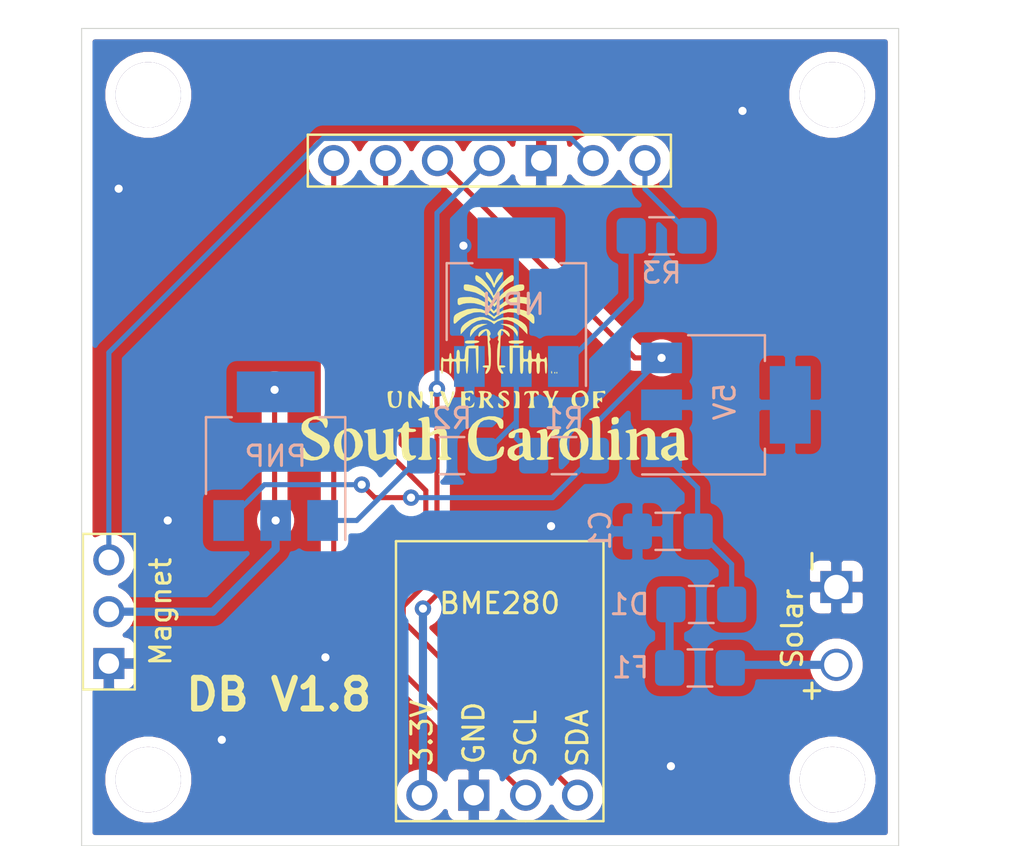
<source format=kicad_pcb>
(kicad_pcb (version 20171130) (host pcbnew "(5.1.6)-1")

  (general
    (thickness 1.6)
    (drawings 7)
    (tracks 68)
    (zones 0)
    (modules 18)
    (nets 15)
  )

  (page A4)
  (layers
    (0 F.Cu signal)
    (31 B.Cu signal)
    (32 B.Adhes user)
    (33 F.Adhes user)
    (34 B.Paste user)
    (35 F.Paste user)
    (36 B.SilkS user)
    (37 F.SilkS user)
    (38 B.Mask user)
    (39 F.Mask user)
    (40 Dwgs.User user)
    (41 Cmts.User user)
    (42 Eco1.User user)
    (43 Eco2.User user)
    (44 Edge.Cuts user)
    (45 Margin user)
    (46 B.CrtYd user)
    (47 F.CrtYd user)
    (48 B.Fab user)
    (49 F.Fab user hide)
  )

  (setup
    (last_trace_width 0.25)
    (trace_clearance 0.2)
    (zone_clearance 0.508)
    (zone_45_only no)
    (trace_min 0.2)
    (via_size 0.8)
    (via_drill 0.4)
    (via_min_size 0.4)
    (via_min_drill 0.3)
    (uvia_size 0.3)
    (uvia_drill 0.1)
    (uvias_allowed no)
    (uvia_min_size 0.2)
    (uvia_min_drill 0.1)
    (edge_width 0.05)
    (segment_width 0.2)
    (pcb_text_width 0.3)
    (pcb_text_size 1.5 1.5)
    (mod_edge_width 0.12)
    (mod_text_size 1 1)
    (mod_text_width 0.15)
    (pad_size 1.572 1.572)
    (pad_drill 1.2)
    (pad_to_mask_clearance 0.05)
    (aux_axis_origin 0 0)
    (visible_elements 7FFFF7FF)
    (pcbplotparams
      (layerselection 0x010fc_ffffffff)
      (usegerberextensions false)
      (usegerberattributes true)
      (usegerberadvancedattributes true)
      (creategerberjobfile true)
      (excludeedgelayer true)
      (linewidth 0.100000)
      (plotframeref false)
      (viasonmask false)
      (mode 1)
      (useauxorigin false)
      (hpglpennumber 1)
      (hpglpenspeed 20)
      (hpglpendiameter 15.000000)
      (psnegative false)
      (psa4output false)
      (plotreference true)
      (plotvalue true)
      (plotinvisibletext false)
      (padsonsilk false)
      (subtractmaskfromsilk false)
      (outputformat 1)
      (mirror false)
      (drillshape 0)
      (scaleselection 1)
      (outputdirectory "../Magdron with lip gerber/"))
  )

  (net 0 "")
  (net 1 GND)
  (net 2 "Net-(.1-Pad2)")
  (net 3 "Net-(.1-Pad3)")
  (net 4 "Net-(C1-Pad2)")
  (net 5 "Net-(D1-Pad2)")
  (net 6 "Net-(F1-Pad2)")
  (net 7 "Net-(Q1-Pad3)")
  (net 8 "Net-(Q1-Pad1)")
  (net 9 "Net-(Q2-Pad1)")
  (net 10 "Net-(Q2-Pad2)")
  (net 11 "Net-(R3-Pad2)")
  (net 12 "Net-(U2-Pad1)")
  (net 13 "Net-(U2-Pad3)")
  (net 14 "Net-(U2-Pad4)")

  (net_class Default "This is the default net class."
    (clearance 0.2)
    (trace_width 0.25)
    (via_dia 0.8)
    (via_drill 0.4)
    (uvia_dia 0.3)
    (uvia_drill 0.1)
    (add_net GND)
    (add_net "Net-(.1-Pad2)")
    (add_net "Net-(.1-Pad3)")
    (add_net "Net-(C1-Pad2)")
    (add_net "Net-(D1-Pad2)")
    (add_net "Net-(F1-Pad2)")
    (add_net "Net-(Q1-Pad1)")
    (add_net "Net-(Q1-Pad3)")
    (add_net "Net-(Q2-Pad1)")
    (add_net "Net-(Q2-Pad2)")
    (add_net "Net-(R3-Pad2)")
    (add_net "Net-(U2-Pad1)")
    (add_net "Net-(U2-Pad3)")
    (add_net "Net-(U2-Pad4)")
  )

  (module Resistor_SMD:R_1206_3216Metric_Pad1.42x1.75mm_HandSolder (layer B.Cu) (tedit 5B301BBD) (tstamp 60BC4C85)
    (at 178.308 114.5286 180)
    (descr "Resistor SMD 1206 (3216 Metric), square (rectangular) end terminal, IPC_7351 nominal with elongated pad for handsoldering. (Body size source: http://www.tortai-tech.com/upload/download/2011102023233369053.pdf), generated with kicad-footprint-generator")
    (tags "resistor handsolder")
    (path /60B1784D)
    (attr smd)
    (fp_text reference R1 (at 0 1.82) (layer B.SilkS)
      (effects (font (size 1 1) (thickness 0.15)) (justify mirror))
    )
    (fp_text value 1k (at 0 -1.82) (layer B.Fab)
      (effects (font (size 1 1) (thickness 0.15)) (justify mirror))
    )
    (fp_line (start 2.45 -1.12) (end -2.45 -1.12) (layer B.CrtYd) (width 0.05))
    (fp_line (start 2.45 1.12) (end 2.45 -1.12) (layer B.CrtYd) (width 0.05))
    (fp_line (start -2.45 1.12) (end 2.45 1.12) (layer B.CrtYd) (width 0.05))
    (fp_line (start -2.45 -1.12) (end -2.45 1.12) (layer B.CrtYd) (width 0.05))
    (fp_line (start -0.602064 -0.91) (end 0.602064 -0.91) (layer B.SilkS) (width 0.12))
    (fp_line (start -0.602064 0.91) (end 0.602064 0.91) (layer B.SilkS) (width 0.12))
    (fp_line (start 1.6 -0.8) (end -1.6 -0.8) (layer B.Fab) (width 0.1))
    (fp_line (start 1.6 0.8) (end 1.6 -0.8) (layer B.Fab) (width 0.1))
    (fp_line (start -1.6 0.8) (end 1.6 0.8) (layer B.Fab) (width 0.1))
    (fp_line (start -1.6 -0.8) (end -1.6 0.8) (layer B.Fab) (width 0.1))
    (fp_text user %R (at 0 0) (layer B.Fab)
      (effects (font (size 0.8 0.8) (thickness 0.12)) (justify mirror))
    )
    (pad 2 smd roundrect (at 1.4875 0 180) (size 1.425 1.75) (layers B.Cu B.Paste B.Mask) (roundrect_rratio 0.175439)
      (net 10 "Net-(Q2-Pad2)"))
    (pad 1 smd roundrect (at -1.4875 0 180) (size 1.425 1.75) (layers B.Cu B.Paste B.Mask) (roundrect_rratio 0.175439)
      (net 7 "Net-(Q1-Pad3)"))
    (model ${KISYS3DMOD}/Resistor_SMD.3dshapes/R_1206_3216Metric.wrl
      (at (xyz 0 0 0))
      (scale (xyz 1 1 1))
      (rotate (xyz 0 0 0))
    )
  )

  (module Resistor_SMD:R_1206_3216Metric_Pad1.42x1.75mm_HandSolder (layer B.Cu) (tedit 5B301BBD) (tstamp 60BC4C96)
    (at 172.8216 114.5286)
    (descr "Resistor SMD 1206 (3216 Metric), square (rectangular) end terminal, IPC_7351 nominal with elongated pad for handsoldering. (Body size source: http://www.tortai-tech.com/upload/download/2011102023233369053.pdf), generated with kicad-footprint-generator")
    (tags "resistor handsolder")
    (path /60B17D0C)
    (attr smd)
    (fp_text reference R2 (at 0 -1.8288) (layer B.SilkS)
      (effects (font (size 1 1) (thickness 0.15)) (justify mirror))
    )
    (fp_text value 100 (at 0 -1.82) (layer B.Fab)
      (effects (font (size 1 1) (thickness 0.15)) (justify mirror))
    )
    (fp_line (start -1.6 -0.8) (end -1.6 0.8) (layer B.Fab) (width 0.1))
    (fp_line (start -1.6 0.8) (end 1.6 0.8) (layer B.Fab) (width 0.1))
    (fp_line (start 1.6 0.8) (end 1.6 -0.8) (layer B.Fab) (width 0.1))
    (fp_line (start 1.6 -0.8) (end -1.6 -0.8) (layer B.Fab) (width 0.1))
    (fp_line (start -0.602064 0.91) (end 0.602064 0.91) (layer B.SilkS) (width 0.12))
    (fp_line (start -0.602064 -0.91) (end 0.602064 -0.91) (layer B.SilkS) (width 0.12))
    (fp_line (start -2.45 -1.12) (end -2.45 1.12) (layer B.CrtYd) (width 0.05))
    (fp_line (start -2.45 1.12) (end 2.45 1.12) (layer B.CrtYd) (width 0.05))
    (fp_line (start 2.45 1.12) (end 2.45 -1.12) (layer B.CrtYd) (width 0.05))
    (fp_line (start 2.45 -1.12) (end -2.45 -1.12) (layer B.CrtYd) (width 0.05))
    (pad 1 smd roundrect (at -1.4875 0) (size 1.425 1.75) (layers B.Cu B.Paste B.Mask) (roundrect_rratio 0.175439)
      (net 8 "Net-(Q1-Pad1)"))
    (pad 2 smd roundrect (at 1.4875 0) (size 1.425 1.75) (layers B.Cu B.Paste B.Mask) (roundrect_rratio 0.175439)
      (net 10 "Net-(Q2-Pad2)"))
    (model ${KISYS3DMOD}/Resistor_SMD.3dshapes/R_1206_3216Metric.wrl
      (at (xyz 0 0 0))
      (scale (xyz 1 1 1))
      (rotate (xyz 0 0 0))
    )
  )

  (module Resistor_SMD:R_1206_3216Metric_Pad1.42x1.75mm_HandSolder (layer B.Cu) (tedit 5B301BBD) (tstamp 60BC4CA7)
    (at 183.0832 103.759)
    (descr "Resistor SMD 1206 (3216 Metric), square (rectangular) end terminal, IPC_7351 nominal with elongated pad for handsoldering. (Body size source: http://www.tortai-tech.com/upload/download/2011102023233369053.pdf), generated with kicad-footprint-generator")
    (tags "resistor handsolder")
    (path /60B17585)
    (attr smd)
    (fp_text reference R3 (at 0 1.82) (layer B.SilkS)
      (effects (font (size 1 1) (thickness 0.15)) (justify mirror))
    )
    (fp_text value 100 (at 0 -1.82) (layer B.Fab)
      (effects (font (size 1 1) (thickness 0.15)) (justify mirror))
    )
    (fp_line (start -1.6 -0.8) (end -1.6 0.8) (layer B.Fab) (width 0.1))
    (fp_line (start -1.6 0.8) (end 1.6 0.8) (layer B.Fab) (width 0.1))
    (fp_line (start 1.6 0.8) (end 1.6 -0.8) (layer B.Fab) (width 0.1))
    (fp_line (start 1.6 -0.8) (end -1.6 -0.8) (layer B.Fab) (width 0.1))
    (fp_line (start -0.602064 0.91) (end 0.602064 0.91) (layer B.SilkS) (width 0.12))
    (fp_line (start -0.602064 -0.91) (end 0.602064 -0.91) (layer B.SilkS) (width 0.12))
    (fp_line (start -2.45 -1.12) (end -2.45 1.12) (layer B.CrtYd) (width 0.05))
    (fp_line (start -2.45 1.12) (end 2.45 1.12) (layer B.CrtYd) (width 0.05))
    (fp_line (start 2.45 1.12) (end 2.45 -1.12) (layer B.CrtYd) (width 0.05))
    (fp_line (start 2.45 -1.12) (end -2.45 -1.12) (layer B.CrtYd) (width 0.05))
    (fp_text user %R (at 0 0) (layer B.Fab)
      (effects (font (size 0.8 0.8) (thickness 0.12)) (justify mirror))
    )
    (pad 1 smd roundrect (at -1.4875 0) (size 1.425 1.75) (layers B.Cu B.Paste B.Mask) (roundrect_rratio 0.175439)
      (net 9 "Net-(Q2-Pad1)"))
    (pad 2 smd roundrect (at 1.4875 0) (size 1.425 1.75) (layers B.Cu B.Paste B.Mask) (roundrect_rratio 0.175439)
      (net 11 "Net-(R3-Pad2)"))
    (model ${KISYS3DMOD}/Resistor_SMD.3dshapes/R_1206_3216Metric.wrl
      (at (xyz 0 0 0))
      (scale (xyz 1 1 1))
      (rotate (xyz 0 0 0))
    )
  )

  (module Package_TO_SOT_SMD:SOT-223-3_TabPin2 (layer B.Cu) (tedit 5A02FF57) (tstamp 60BC4CE4)
    (at 186.2328 112.0394)
    (descr "module CMS SOT223 4 pins")
    (tags "CMS SOT")
    (path /60B189FD)
    (attr smd)
    (fp_text reference 5V (at -0.0508 -0.1524 90) (layer B.SilkS)
      (effects (font (size 1 1) (thickness 0.15)) (justify mirror))
    )
    (fp_text value KA78M05_TO252 (at 0 -4.5) (layer B.Fab)
      (effects (font (size 1 1) (thickness 0.15)) (justify mirror))
    )
    (fp_line (start 1.85 3.35) (end 1.85 -3.35) (layer B.Fab) (width 0.1))
    (fp_line (start -1.85 -3.35) (end 1.85 -3.35) (layer B.Fab) (width 0.1))
    (fp_line (start -4.1 3.41) (end 1.91 3.41) (layer B.SilkS) (width 0.12))
    (fp_line (start -0.85 3.35) (end 1.85 3.35) (layer B.Fab) (width 0.1))
    (fp_line (start -1.85 -3.41) (end 1.91 -3.41) (layer B.SilkS) (width 0.12))
    (fp_line (start -1.85 2.35) (end -1.85 -3.35) (layer B.Fab) (width 0.1))
    (fp_line (start -1.85 2.35) (end -0.85 3.35) (layer B.Fab) (width 0.1))
    (fp_line (start -4.4 3.6) (end -4.4 -3.6) (layer B.CrtYd) (width 0.05))
    (fp_line (start -4.4 -3.6) (end 4.4 -3.6) (layer B.CrtYd) (width 0.05))
    (fp_line (start 4.4 -3.6) (end 4.4 3.6) (layer B.CrtYd) (width 0.05))
    (fp_line (start 4.4 3.6) (end -4.4 3.6) (layer B.CrtYd) (width 0.05))
    (fp_line (start 1.91 3.41) (end 1.91 2.15) (layer B.SilkS) (width 0.12))
    (fp_line (start 1.91 -3.41) (end 1.91 -2.15) (layer B.SilkS) (width 0.12))
    (fp_text user %R (at 0 0) (layer B.Fab)
      (effects (font (size 1 1) (thickness 0.15)) (justify mirror))
    )
    (pad 1 smd rect (at -3.15 2.3) (size 2 1.5) (layers B.Cu B.Paste B.Mask)
      (net 4 "Net-(C1-Pad2)"))
    (pad 3 smd rect (at -3.15 -2.3) (size 2 1.5) (layers B.Cu B.Paste B.Mask)
      (net 7 "Net-(Q1-Pad3)"))
    (pad 2 smd rect (at -3.15 0) (size 2 1.5) (layers B.Cu B.Paste B.Mask)
      (net 1 GND))
    (pad 2 smd rect (at 3.15 0) (size 2 3.8) (layers B.Cu B.Paste B.Mask)
      (net 1 GND))
    (model ${KISYS3DMOD}/Package_TO_SOT_SMD.3dshapes/SOT-223.wrl
      (at (xyz 0 0 0))
      (scale (xyz 1 1 1))
      (rotate (xyz 0 0 0))
    )
  )

  (module Package_TO_SOT_SMD:SOT-223-3_TabPin2 (layer B.Cu) (tedit 5A02FF57) (tstamp 60BC4C74)
    (at 175.9712 107.0102 90)
    (descr "module CMS SOT223 4 pins")
    (tags "CMS SOT")
    (path /60B36A9B)
    (attr smd)
    (fp_text reference NPN (at -0.1016 -0.1524 180) (layer B.SilkS)
      (effects (font (size 1 1) (thickness 0.15)) (justify mirror))
    )
    (fp_text value BCP56 (at 0 -4.5 90) (layer B.Fab)
      (effects (font (size 1 1) (thickness 0.15)) (justify mirror))
    )
    (fp_line (start 1.85 3.35) (end 1.85 -3.35) (layer B.Fab) (width 0.1))
    (fp_line (start -1.85 -3.35) (end 1.85 -3.35) (layer B.Fab) (width 0.1))
    (fp_line (start -4.1 3.41) (end 1.91 3.41) (layer B.SilkS) (width 0.12))
    (fp_line (start -0.85 3.35) (end 1.85 3.35) (layer B.Fab) (width 0.1))
    (fp_line (start -1.85 -3.41) (end 1.91 -3.41) (layer B.SilkS) (width 0.12))
    (fp_line (start -1.85 2.35) (end -1.85 -3.35) (layer B.Fab) (width 0.1))
    (fp_line (start -1.85 2.35) (end -0.85 3.35) (layer B.Fab) (width 0.1))
    (fp_line (start -4.4 3.6) (end -4.4 -3.6) (layer B.CrtYd) (width 0.05))
    (fp_line (start -4.4 -3.6) (end 4.4 -3.6) (layer B.CrtYd) (width 0.05))
    (fp_line (start 4.4 -3.6) (end 4.4 3.6) (layer B.CrtYd) (width 0.05))
    (fp_line (start 4.4 3.6) (end -4.4 3.6) (layer B.CrtYd) (width 0.05))
    (fp_line (start 1.91 3.41) (end 1.91 2.15) (layer B.SilkS) (width 0.12))
    (fp_line (start 1.91 -3.41) (end 1.91 -2.15) (layer B.SilkS) (width 0.12))
    (fp_text user %R (at 0 0 180) (layer B.Fab)
      (effects (font (size 0.8 0.8) (thickness 0.12)) (justify mirror))
    )
    (pad 1 smd rect (at -3.15 2.3 90) (size 2 1.5) (layers B.Cu B.Paste B.Mask)
      (net 9 "Net-(Q2-Pad1)"))
    (pad 3 smd rect (at -3.15 -2.3 90) (size 2 1.5) (layers B.Cu B.Paste B.Mask)
      (net 1 GND))
    (pad 2 smd rect (at -3.15 0 90) (size 2 1.5) (layers B.Cu B.Paste B.Mask)
      (net 10 "Net-(Q2-Pad2)"))
    (pad 2 smd rect (at 3.15 0 90) (size 2 3.8) (layers B.Cu B.Paste B.Mask)
      (net 10 "Net-(Q2-Pad2)"))
    (model ${KISYS3DMOD}/Package_TO_SOT_SMD.3dshapes/SOT-223.wrl
      (at (xyz 0 0 0))
      (scale (xyz 1 1 1))
      (rotate (xyz 0 0 0))
    )
  )

  (module Resistor_SMD:R_1206_3216Metric_Pad1.42x1.75mm_HandSolder (layer B.Cu) (tedit 5B301BBD) (tstamp 60BC4C26)
    (at 183.388 118.237)
    (descr "Resistor SMD 1206 (3216 Metric), square (rectangular) end terminal, IPC_7351 nominal with elongated pad for handsoldering. (Body size source: http://www.tortai-tech.com/upload/download/2011102023233369053.pdf), generated with kicad-footprint-generator")
    (tags "resistor handsolder")
    (path /60B7BDF4)
    (attr smd)
    (fp_text reference C1 (at -3.302 -0.0508 90) (layer B.SilkS)
      (effects (font (size 1 1) (thickness 0.15)) (justify mirror))
    )
    (fp_text value C (at 0 -1.82) (layer B.Fab)
      (effects (font (size 1 1) (thickness 0.15)) (justify mirror))
    )
    (fp_line (start -1.6 -0.8) (end -1.6 0.8) (layer B.Fab) (width 0.1))
    (fp_line (start -1.6 0.8) (end 1.6 0.8) (layer B.Fab) (width 0.1))
    (fp_line (start 1.6 0.8) (end 1.6 -0.8) (layer B.Fab) (width 0.1))
    (fp_line (start 1.6 -0.8) (end -1.6 -0.8) (layer B.Fab) (width 0.1))
    (fp_line (start -0.602064 0.91) (end 0.602064 0.91) (layer B.SilkS) (width 0.12))
    (fp_line (start -0.602064 -0.91) (end 0.602064 -0.91) (layer B.SilkS) (width 0.12))
    (fp_line (start -2.45 -1.12) (end -2.45 1.12) (layer B.CrtYd) (width 0.05))
    (fp_line (start -2.45 1.12) (end 2.45 1.12) (layer B.CrtYd) (width 0.05))
    (fp_line (start 2.45 1.12) (end 2.45 -1.12) (layer B.CrtYd) (width 0.05))
    (fp_line (start 2.45 -1.12) (end -2.45 -1.12) (layer B.CrtYd) (width 0.05))
    (pad 1 smd roundrect (at -1.4875 0) (size 1.425 1.75) (layers B.Cu B.Paste B.Mask) (roundrect_rratio 0.175439)
      (net 1 GND))
    (pad 2 smd roundrect (at 1.4875 0) (size 1.425 1.75) (layers B.Cu B.Paste B.Mask) (roundrect_rratio 0.175439)
      (net 4 "Net-(C1-Pad2)"))
    (model ${KISYS3DMOD}/Resistor_SMD.3dshapes/R_1206_3216Metric.wrl
      (at (xyz 0 0 0))
      (scale (xyz 1 1 1))
      (rotate (xyz 0 0 0))
    )
  )

  (module custom:top_rail_v2 (layer F.Cu) (tedit 60BB96FE) (tstamp 60BC4CF3)
    (at 177.1904 92.4546)
    (path /60BB9293)
    (fp_text reference U4 (at 0 0.5) (layer F.SilkS) hide
      (effects (font (size 1 1) (thickness 0.15)))
    )
    (fp_text value top_rail_v2 (at 0 -0.5) (layer F.Fab)
      (effects (font (size 1 1) (thickness 0.15)))
    )
    (fp_line (start -11.43 6.35) (end -11.43 8.89) (layer F.SilkS) (width 0.12))
    (fp_line (start -11.43 8.89) (end 6.35 8.89) (layer F.SilkS) (width 0.12))
    (fp_line (start 6.35 8.89) (end 6.35 6.35) (layer F.SilkS) (width 0.12))
    (fp_line (start 6.35 6.35) (end -11.43 6.35) (layer F.SilkS) (width 0.12))
    (pad 2 thru_hole circle (at -10.16 7.62) (size 1.524 1.524) (drill 1) (layers *.Cu *.Mask)
      (net 13 "Net-(U2-Pad3)"))
    (pad 3 thru_hole circle (at -7.62 7.62) (size 1.524 1.524) (drill 1) (layers *.Cu *.Mask)
      (net 14 "Net-(U2-Pad4)"))
    (pad 4 thru_hole circle (at -5.08 7.62) (size 1.524 1.524) (drill 1) (layers *.Cu *.Mask)
      (net 7 "Net-(Q1-Pad3)"))
    (pad 5 thru_hole circle (at -2.54 7.62) (size 1.524 1.524) (drill 1) (layers *.Cu *.Mask)
      (net 12 "Net-(U2-Pad1)"))
    (pad 6 thru_hole rect (at 0 7.62) (size 1.524 1.524) (drill 1) (layers *.Cu *.Mask)
      (net 1 GND))
    (pad 7 thru_hole circle (at 2.54 7.62) (size 1.524 1.524) (drill 1) (layers *.Cu *.Mask)
      (net 3 "Net-(.1-Pad3)"))
    (pad 8 thru_hole circle (at 5.08 7.62) (size 1.524 1.524) (drill 1) (layers *.Cu *.Mask)
      (net 11 "Net-(R3-Pad2)"))
  )

  (module UofSC_logo:uofsc_logo_0_75in (layer F.Cu) (tedit 0) (tstamp 5F93A4A9)
    (at 174.879 110.109)
    (fp_text reference . (at 0.25 2) (layer B.SilkS) hide
      (effects (font (size 1.524 1.524) (thickness 0.3)))
    )
    (fp_text value . (at 0.75 0) (layer F.SilkS) hide
      (effects (font (size 1.524 1.524) (thickness 0.3)))
    )
    (fp_poly (pts (xy 0.428086 -4.546453) (xy 0.414188 -4.454354) (xy 0.345614 -4.322914) (xy 0.229208 -4.170177)
      (xy 0.22116 -4.161076) (xy 0.122156 -4.03569) (xy 0.060754 -3.930384) (xy 0.050902 -3.893842)
      (xy 0.030059 -3.823962) (xy -0.015915 -3.833171) (xy -0.062187 -3.911856) (xy -0.070817 -3.940957)
      (xy -0.126457 -4.055846) (xy -0.22582 -4.186747) (xy -0.254492 -4.217002) (xy -0.344476 -4.332291)
      (xy -0.398821 -4.449738) (xy -0.40924 -4.541836) (xy -0.367447 -4.58108) (xy -0.364202 -4.581163)
      (xy -0.284213 -4.536736) (xy -0.188257 -4.418331) (xy -0.093407 -4.248265) (xy -0.070692 -4.197536)
      (xy 0.015204 -3.995792) (xy 0.053538 -4.133667) (xy 0.113012 -4.278968) (xy 0.200962 -4.421779)
      (xy 0.29564 -4.53233) (xy 0.375296 -4.580852) (xy 0.380464 -4.581163) (xy 0.428086 -4.546453)) (layer F.SilkS) (width 0.01))
    (fp_poly (pts (xy 0.950733 -4.385699) (xy 0.967134 -4.28127) (xy 0.944387 -4.163772) (xy 0.861202 -4.107839)
      (xy 0.84602 -4.103685) (xy 0.722192 -4.042325) (xy 0.563371 -3.923174) (xy 0.395419 -3.770055)
      (xy 0.244196 -3.60679) (xy 0.135565 -3.457202) (xy 0.126294 -3.440699) (xy 0.048377 -3.309628)
      (xy -0.006207 -3.267683) (xy -0.054737 -3.310638) (xy -0.093443 -3.386947) (xy -0.180765 -3.525911)
      (xy -0.318625 -3.691578) (xy -0.47998 -3.856344) (xy -0.637788 -3.992605) (xy -0.765007 -4.072757)
      (xy -0.765469 -4.072949) (xy -0.87727 -4.143062) (xy -0.915083 -4.24812) (xy -0.916233 -4.281927)
      (xy -0.907941 -4.384125) (xy -0.871294 -4.419491) (xy -0.78863 -4.389446) (xy -0.653556 -4.303083)
      (xy -0.54297 -4.206034) (xy -0.412198 -4.05976) (xy -0.279425 -3.889068) (xy -0.162835 -3.718767)
      (xy -0.080616 -3.573665) (xy -0.050902 -3.480974) (xy -0.034065 -3.414963) (xy 0.01298 -3.439536)
      (xy 0.085037 -3.54983) (xy 0.140433 -3.660061) (xy 0.228234 -3.806518) (xy 0.356845 -3.9727)
      (xy 0.506504 -4.138291) (xy 0.657453 -4.282973) (xy 0.789932 -4.386429) (xy 0.884182 -4.428341)
      (xy 0.887734 -4.428457) (xy 0.950733 -4.385699)) (layer F.SilkS) (width 0.01))
    (fp_poly (pts (xy 1.424847 -3.959604) (xy 1.469411 -3.910177) (xy 1.476152 -3.824193) (xy 1.468115 -3.736343)
      (xy 1.426672 -3.687598) (xy 1.325824 -3.659494) (xy 1.223069 -3.644473) (xy 0.95635 -3.577895)
      (xy 0.677097 -3.45678) (xy 0.42011 -3.300021) (xy 0.220187 -3.126512) (xy 0.179447 -3.077858)
      (xy 0.023406 -2.873275) (xy -0.230081 -3.131475) (xy -0.55437 -3.399806) (xy -0.908449 -3.572381)
      (xy -1.215674 -3.643492) (xy -1.368503 -3.667872) (xy -1.445723 -3.700476) (xy -1.473009 -3.759767)
      (xy -1.476153 -3.830813) (xy -1.470476 -3.925379) (xy -1.434764 -3.965511) (xy -1.340993 -3.967655)
      (xy -1.257775 -3.958967) (xy -1.061911 -3.918741) (xy -0.864734 -3.851938) (xy -0.837835 -3.839947)
      (xy -0.696453 -3.752702) (xy -0.528972 -3.619019) (xy -0.359137 -3.461772) (xy -0.21069 -3.30384)
      (xy -0.107375 -3.168097) (xy -0.076935 -3.106843) (xy -0.040696 -3.02682) (xy 0.00464 -3.017776)
      (xy 0.071932 -3.086203) (xy 0.169375 -3.231203) (xy 0.356688 -3.465893) (xy 0.594843 -3.67356)
      (xy 0.858035 -3.837518) (xy 1.120458 -3.94108) (xy 1.310721 -3.969223) (xy 1.424847 -3.959604)) (layer F.SilkS) (width 0.01))
    (fp_poly (pts (xy 1.622495 -3.327706) (xy 1.730793 -3.293523) (xy 1.774354 -3.22628) (xy 1.781563 -3.118653)
      (xy 1.773345 -3.002225) (xy 1.739727 -2.965336) (xy 1.692485 -2.97583) (xy 1.469779 -3.036607)
      (xy 1.218166 -3.067978) (xy 0.991217 -3.064188) (xy 0.941683 -3.056501) (xy 0.713403 -2.999734)
      (xy 0.523683 -2.919224) (xy 0.327193 -2.793805) (xy 0.239674 -2.72871) (xy 0.109253 -2.631057)
      (xy 0.01555 -2.564461) (xy -0.017019 -2.545091) (xy -0.059051 -2.578039) (xy -0.139257 -2.658059)
      (xy -0.145895 -2.665095) (xy -0.360873 -2.83406) (xy -0.63803 -2.966009) (xy -0.940205 -3.046192)
      (xy -1.149853 -3.063608) (xy -1.336191 -3.054087) (xy -1.49318 -3.031289) (xy -1.570799 -3.007037)
      (xy -1.695195 -2.957935) (xy -1.760254 -2.986805) (xy -1.781266 -3.102375) (xy -1.781563 -3.127342)
      (xy -1.775171 -3.234857) (xy -1.737957 -3.291631) (xy -1.642859 -3.321968) (xy -1.547622 -3.337461)
      (xy -1.147908 -3.3517) (xy -0.782027 -3.270095) (xy -0.451871 -3.093315) (xy -0.191438 -2.8585)
      (xy -0.009628 -2.657258) (xy 0.265857 -2.924086) (xy 0.580935 -3.168442) (xy 0.921122 -3.31429)
      (xy 1.289061 -3.362418) (xy 1.622495 -3.327706)) (layer F.SilkS) (width 0.01))
    (fp_poly (pts (xy -0.610726 -2.748673) (xy -0.298312 -2.612087) (xy -0.18959 -2.536098) (xy 0.002585 -2.385511)
      (xy 0.151987 -2.511225) (xy 0.438349 -2.688128) (xy 0.764906 -2.778556) (xy 1.116535 -2.781491)
      (xy 1.478111 -2.695919) (xy 1.670888 -2.613195) (xy 1.828843 -2.530122) (xy 1.917014 -2.463556)
      (xy 1.957847 -2.386904) (xy 1.973787 -2.273569) (xy 1.975371 -2.252405) (xy 1.975469 -2.101595)
      (xy 1.941895 -2.045646) (xy 1.867107 -2.081345) (xy 1.77771 -2.168171) (xy 1.548966 -2.356688)
      (xy 1.262529 -2.50936) (xy 1.001771 -2.59413) (xy 0.684381 -2.615302) (xy 0.381936 -2.537504)
      (xy 0.164225 -2.409634) (xy -0.002412 -2.283561) (xy -0.149236 -2.407106) (xy -0.387022 -2.545392)
      (xy -0.670588 -2.612542) (xy -0.966401 -2.601241) (xy -1.004224 -2.59358) (xy -1.303323 -2.491663)
      (xy -1.583435 -2.333293) (xy -1.777711 -2.168171) (xy -1.889018 -2.064733) (xy -1.953357 -2.050447)
      (xy -1.978228 -2.12846) (xy -1.975372 -2.251075) (xy -1.960839 -2.372018) (xy -1.924063 -2.452782)
      (xy -1.842508 -2.520385) (xy -1.69364 -2.601841) (xy -1.674714 -2.611518) (xy -1.312035 -2.749055)
      (xy -0.953003 -2.794551) (xy -0.610726 -2.748673)) (layer F.SilkS) (width 0.01))
    (fp_poly (pts (xy -0.495445 -2.36586) (xy -0.333494 -2.314852) (xy -0.169858 -2.238989) (xy -0.165431 -2.236464)
      (xy -0.057582 -2.17981) (xy 0.020386 -2.170145) (xy 0.114355 -2.209642) (xy 0.189765 -2.253273)
      (xy 0.419316 -2.338823) (xy 0.688764 -2.364599) (xy 0.955115 -2.329935) (xy 1.119839 -2.267704)
      (xy 1.359637 -2.128669) (xy 1.515355 -2.004196) (xy 1.60052 -1.879911) (xy 1.628659 -1.741442)
      (xy 1.628857 -1.726801) (xy 1.628857 -1.531416) (xy 1.394832 -1.781608) (xy 1.146437 -2.001626)
      (xy 0.883926 -2.154135) (xy 0.623397 -2.234634) (xy 0.380946 -2.238621) (xy 0.172672 -2.161593)
      (xy 0.134119 -2.134182) (xy 0 -2.028684) (xy -0.134119 -2.134182) (xy -0.332998 -2.229114)
      (xy -0.569494 -2.24207) (xy -0.827512 -2.177551) (xy -1.090952 -2.040059) (xy -1.343718 -1.834096)
      (xy -1.394832 -1.781608) (xy -1.628858 -1.531416) (xy -1.628858 -1.703425) (xy -1.612152 -1.823442)
      (xy -1.5488 -1.929708) (xy -1.41895 -2.055098) (xy -1.413892 -2.059437) (xy -1.196496 -2.206042)
      (xy -0.946748 -2.313459) (xy -0.699331 -2.370118) (xy -0.495445 -2.36586)) (layer F.SilkS) (width 0.01))
    (fp_poly (pts (xy 0.745888 -2.003347) (xy 0.939211 -1.917021) (xy 1.083493 -1.790517) (xy 1.157985 -1.63949)
      (xy 1.161831 -1.55278) (xy 1.14529 -1.416796) (xy 1.052648 -1.574891) (xy 0.912599 -1.749296)
      (xy 0.711223 -1.883914) (xy 0.521281 -1.963643) (xy 0.330861 -2.031604) (xy 0.524271 -2.033838)
      (xy 0.745888 -2.003347)) (layer F.SilkS) (width 0.01))
    (fp_poly (pts (xy -0.330862 -2.031604) (xy -0.513018 -1.966483) (xy -0.764567 -1.847972) (xy -0.959358 -1.681527)
      (xy -1.046474 -1.573908) (xy -1.170742 -1.405473) (xy -1.170742 -1.559194) (xy -1.123598 -1.729187)
      (xy -0.996549 -1.875197) (xy -0.811168 -1.981363) (xy -0.58903 -2.031826) (xy -0.52509 -2.033838)
      (xy -0.330862 -2.031604)) (layer F.SilkS) (width 0.01))
    (fp_poly (pts (xy 1.288302 -1.218509) (xy 1.399835 -1.206537) (xy 1.445094 -1.181876) (xy 1.443658 -1.145291)
      (xy 1.394775 -1.099634) (xy 1.280319 -1.075532) (xy 1.097426 -1.068938) (xy 0.926122 -1.074015)
      (xy 0.798156 -1.087223) (xy 0.74656 -1.102873) (xy 0.713852 -1.159629) (xy 0.75694 -1.196377)
      (xy 0.884413 -1.216063) (xy 1.092791 -1.221644) (xy 1.288302 -1.218509)) (layer F.SilkS) (width 0.01))
    (fp_poly (pts (xy -0.866583 -1.216439) (xy -0.757086 -1.199235) (xy -0.723476 -1.167644) (xy -0.725166 -1.158016)
      (xy -0.788941 -1.117767) (xy -0.942411 -1.089786) (xy -1.08572 -1.079338) (xy -1.271116 -1.075168)
      (xy -1.375616 -1.085817) (xy -1.419532 -1.115094) (xy -1.425251 -1.142965) (xy -1.406194 -1.185239)
      (xy -1.336157 -1.20956) (xy -1.195845 -1.220139) (xy -1.064696 -1.221644) (xy -0.866583 -1.216439)) (layer F.SilkS) (width 0.01))
    (fp_poly (pts (xy 3.088043 0.322378) (xy 3.094134 0.382786) (xy 3.088043 0.390247) (xy 3.057781 0.38326)
      (xy 3.054108 0.356312) (xy 3.072732 0.314414) (xy 3.088043 0.322378)) (layer F.SilkS) (width 0.01))
    (fp_poly (pts (xy 2.986239 0.322378) (xy 2.992331 0.382786) (xy 2.986239 0.390247) (xy 2.955978 0.38326)
      (xy 2.952304 0.356312) (xy 2.970929 0.314414) (xy 2.986239 0.322378)) (layer F.SilkS) (width 0.01))
    (fp_poly (pts (xy 2.834371 0.295866) (xy 2.840439 0.37542) (xy 2.830352 0.393428) (xy 2.807217 0.378247)
      (xy 2.803618 0.32662) (xy 2.816049 0.272306) (xy 2.834371 0.295866)) (layer F.SilkS) (width 0.01))
    (fp_poly (pts (xy 1.42525 -0.636273) (xy 1.427482 -0.458416) (xy 1.440073 -0.359352) (xy 1.471871 -0.31608)
      (xy 1.531721 -0.305602) (xy 1.552505 -0.305411) (xy 1.631031 -0.314905) (xy 1.668236 -0.361572)
      (xy 1.679273 -0.472687) (xy 1.679759 -0.534469) (xy 1.689752 -0.685444) (xy 1.723728 -0.754214)
      (xy 1.756112 -0.763527) (xy 1.806437 -0.73355) (xy 1.82936 -0.631622) (xy 1.832465 -0.534469)
      (xy 1.837739 -0.393122) (xy 1.863665 -0.326153) (xy 1.925396 -0.306286) (xy 1.959719 -0.305411)
      (xy 2.050664 -0.321847) (xy 2.083935 -0.391711) (xy 2.086974 -0.458117) (xy 2.109738 -0.57935)
      (xy 2.163326 -0.610822) (xy 2.223943 -0.565294) (xy 2.239679 -0.458117) (xy 2.253375 -0.348982)
      (xy 2.311596 -0.309058) (xy 2.366934 -0.305411) (xy 2.462594 -0.322835) (xy 2.494188 -0.356313)
      (xy 2.532923 -0.405736) (xy 2.54509 -0.407215) (xy 2.570298 -0.35959) (xy 2.588012 -0.229568)
      (xy 2.595822 -0.036429) (xy 2.595992 0) (xy 2.590039 0.201662) (xy 2.573786 0.343375)
      (xy 2.549644 0.405857) (xy 2.54509 0.407214) (xy 2.517977 0.36085) (xy 2.499595 0.23973)
      (xy 2.494188 0.101803) (xy 2.491494 -0.067459) (xy 2.47677 -0.158844) (xy 2.440057 -0.196256)
      (xy 2.371394 -0.203601) (xy 2.366934 -0.203608) (xy 2.296408 -0.197141) (xy 2.258331 -0.161804)
      (xy 2.242742 -0.073693) (xy 2.239682 0.091098) (xy 2.239679 0.101803) (xy 2.233815 0.279141)
      (xy 2.213029 0.374354) (xy 2.172526 0.406612) (xy 2.163326 0.407214) (xy 2.118992 0.383759)
      (xy 2.095189 0.300612) (xy 2.087124 0.138602) (xy 2.086974 0.101803) (xy 2.084279 -0.067459)
      (xy 2.069556 -0.158844) (xy 2.032843 -0.196256) (xy 1.96418 -0.203601) (xy 1.959719 -0.203608)
      (xy 1.889193 -0.197141) (xy 1.851116 -0.161804) (xy 1.835528 -0.073693) (xy 1.832468 0.091098)
      (xy 1.832465 0.101803) (xy 1.826601 0.279141) (xy 1.805814 0.374354) (xy 1.765312 0.406612)
      (xy 1.756112 0.407214) (xy 1.711777 0.383759) (xy 1.687974 0.300612) (xy 1.67991 0.138602)
      (xy 1.679759 0.101803) (xy 1.677065 -0.067459) (xy 1.662341 -0.158844) (xy 1.625628 -0.196256)
      (xy 1.556965 -0.203601) (xy 1.552505 -0.203608) (xy 1.481979 -0.197141) (xy 1.443902 -0.161804)
      (xy 1.428313 -0.073693) (xy 1.425253 0.091098) (xy 1.42525 0.101803) (xy 1.419387 0.279141)
      (xy 1.3986 0.374354) (xy 1.358097 0.406612) (xy 1.348898 0.407214) (xy 1.316554 0.392195)
      (xy 1.294584 0.336931) (xy 1.281151 0.22611) (xy 1.274417 0.044423) (xy 1.272545 -0.223441)
      (xy 1.272545 -0.865331) (xy 0.916232 -0.865331) (xy 0.916232 -0.229058) (xy 0.91443 0.040471)
      (xy 0.907798 0.223553) (xy 0.8945 0.335495) (xy 0.872697 0.391611) (xy 0.840554 0.40721)
      (xy 0.83988 0.407214) (xy 0.808596 0.392717) (xy 0.786974 0.339349) (xy 0.773366 0.232293)
      (xy 0.766127 0.056732) (xy 0.763611 -0.202152) (xy 0.763527 -0.27996) (xy 0.763527 -0.967135)
      (xy 1.42525 -0.967135) (xy 1.42525 -0.636273)) (layer F.SilkS) (width 0.01))
    (fp_poly (pts (xy 0.529408 -1.748802) (xy 0.668202 -1.665544) (xy 0.752025 -1.554326) (xy 0.763527 -1.496672)
      (xy 0.759993 -1.424548) (xy 0.737626 -1.409905) (xy 0.678774 -1.45867) (xy 0.584709 -1.556703)
      (xy 0.47734 -1.657264) (xy 0.395975 -1.709492) (xy 0.36919 -1.709605) (xy 0.347771 -1.642781)
      (xy 0.329035 -1.505995) (xy 0.318627 -1.358196) (xy 0.309377 -1.164547) (xy 0.296305 -0.911508)
      (xy 0.28162 -0.641317) (xy 0.274866 -0.521744) (xy 0.244969 0) (xy 0.402444 0)
      (xy 0.511708 0.014331) (xy 0.559812 0.04901) (xy 0.55992 0.050901) (xy 0.516186 0.08854)
      (xy 0.426811 0.101803) (xy 0.336746 0.107588) (xy 0.32593 0.143648) (xy 0.375909 0.227267)
      (xy 0.442875 0.340284) (xy 0.44889 0.393499) (xy 0.395852 0.407201) (xy 0.392738 0.407214)
      (xy 0.3245 0.367212) (xy 0.246386 0.269858) (xy 0.240033 0.25938) (xy 0.19754 0.161509)
      (xy 0.170657 0.026785) (xy 0.156631 -0.166562) (xy 0.152705 -0.43114) (xy 0.158183 -0.679524)
      (xy 0.173161 -0.889284) (xy 0.195453 -1.035972) (xy 0.210906 -1.082577) (xy 0.242636 -1.175097)
      (xy 0.213456 -1.209877) (xy 0.183215 -1.267987) (xy 0.203607 -1.348898) (xy 0.222702 -1.454234)
      (xy 0.196971 -1.486848) (xy 0.170078 -1.536717) (xy 0.196753 -1.623672) (xy 0.257496 -1.713914)
      (xy 0.332806 -1.773642) (xy 0.367011 -1.781563) (xy 0.529408 -1.748802)) (layer F.SilkS) (width 0.01))
    (fp_poly (pts (xy -0.2778 -1.746932) (xy -0.209128 -1.665837) (xy -0.169787 -1.57248) (xy -0.177998 -1.501062)
      (xy -0.200025 -1.48583) (xy -0.2267 -1.43802) (xy -0.197945 -1.363769) (xy -0.16841 -1.269755)
      (xy -0.203607 -1.221644) (xy -0.239205 -1.164925) (xy -0.208863 -1.078758) (xy -0.185507 -0.98566)
      (xy -0.166903 -0.817378) (xy -0.155356 -0.600505) (xy -0.152706 -0.43114) (xy -0.156879 -0.160011)
      (xy -0.171236 0.031354) (xy -0.198527 0.164721) (xy -0.240033 0.25938) (xy -0.32359 0.370176)
      (xy -0.390256 0.412152) (xy -0.421726 0.385938) (xy -0.399691 0.292162) (xy -0.381764 0.254509)
      (xy -0.332954 0.151247) (xy -0.341055 0.109737) (xy -0.415209 0.101831) (xy -0.431358 0.101803)
      (xy -0.527642 0.08454) (xy -0.55992 0.050901) (xy -0.515612 0.015462) (xy -0.408531 0.000023)
      (xy -0.403834 0) (xy -0.247748 0) (xy -0.273734 -0.521744) (xy -0.286863 -0.785465)
      (xy -0.300096 -1.051513) (xy -0.311335 -1.277688) (xy -0.315291 -1.357383) (xy -0.329181 -1.528596)
      (xy -0.349584 -1.657095) (xy -0.368376 -1.708792) (xy -0.420959 -1.696658) (xy -0.515068 -1.6249)
      (xy -0.584709 -1.556703) (xy -0.689416 -1.448241) (xy -0.742354 -1.408318) (xy -0.761173 -1.431008)
      (xy -0.763527 -1.496672) (xy -0.717694 -1.614338) (xy -0.600388 -1.713617) (xy -0.441898 -1.773254)
      (xy -0.357581 -1.781563) (xy -0.2778 -1.746932)) (layer F.SilkS) (width 0.01))
    (fp_poly (pts (xy -0.763527 -0.27996) (xy -0.768273 0.030705) (xy -0.780839 0.248879) (xy -0.798713 0.373149)
      (xy -0.819387 0.402101) (xy -0.840351 0.33432) (xy -0.859095 0.168394) (xy -0.873108 -0.097091)
      (xy -0.87649 -0.216333) (xy -0.890782 -0.83988) (xy -1.247094 -0.83988) (xy -1.261387 -0.216333)
      (xy -1.270961 0.035253) (xy -1.286066 0.234105) (xy -1.305004 0.363594) (xy -1.325014 0.407214)
      (xy -1.351032 0.360977) (xy -1.368909 0.240797) (xy -1.374349 0.101803) (xy -1.374349 -0.203608)
      (xy -1.67976 -0.203608) (xy -1.67976 0.101803) (xy -1.685624 0.279141) (xy -1.70641 0.374354)
      (xy -1.746913 0.406612) (xy -1.756112 0.407214) (xy -1.800447 0.383759) (xy -1.82425 0.300612)
      (xy -1.832315 0.138602) (xy -1.832465 0.101803) (xy -1.83516 -0.067459) (xy -1.849883 -0.158844)
      (xy -1.886596 -0.196256) (xy -1.955259 -0.203601) (xy -1.95972 -0.203608) (xy -2.030246 -0.197141)
      (xy -2.068323 -0.161804) (xy -2.083911 -0.073693) (xy -2.086971 0.091098) (xy -2.086974 0.101803)
      (xy -2.094702 0.264483) (xy -2.114888 0.374773) (xy -2.137876 0.407214) (xy -2.164989 0.36085)
      (xy -2.183371 0.23973) (xy -2.188778 0.101803) (xy -2.188778 -0.203608) (xy -2.494189 -0.203608)
      (xy -2.494189 0.101803) (xy -2.501916 0.264483) (xy -2.522103 0.374773) (xy -2.54509 0.407214)
      (xy -2.570298 0.359589) (xy -2.588012 0.229567) (xy -2.595823 0.036428) (xy -2.595992 0)
      (xy -2.590039 -0.201663) (xy -2.573786 -0.343375) (xy -2.549644 -0.405857) (xy -2.54509 -0.407215)
      (xy -2.495668 -0.36848) (xy -2.494189 -0.356313) (xy -2.449957 -0.320573) (xy -2.343383 -0.305415)
      (xy -2.341483 -0.305411) (xy -2.233322 -0.318024) (xy -2.193456 -0.377519) (xy -2.188778 -0.458117)
      (xy -2.174034 -0.565336) (xy -2.138509 -0.61081) (xy -2.137876 -0.610822) (xy -2.102136 -0.56659)
      (xy -2.086978 -0.460016) (xy -2.086974 -0.458117) (xy -2.073278 -0.348982) (xy -2.015058 -0.309058)
      (xy -1.95972 -0.305411) (xy -1.881194 -0.314905) (xy -1.843989 -0.361572) (xy -1.832951 -0.472687)
      (xy -1.832465 -0.534469) (xy -1.822473 -0.685444) (xy -1.788497 -0.754214) (xy -1.756112 -0.763527)
      (xy -1.705787 -0.73355) (xy -1.682864 -0.631622) (xy -1.67976 -0.534469) (xy -1.674485 -0.393122)
      (xy -1.64856 -0.326153) (xy -1.586829 -0.306286) (xy -1.552505 -0.305411) (xy -1.465313 -0.319398)
      (xy -1.430485 -0.381522) (xy -1.425251 -0.477205) (xy -1.415013 -0.654365) (xy -1.393437 -0.808067)
      (xy -1.370772 -0.896881) (xy -1.330363 -0.944378) (xy -1.245324 -0.963483) (xy -1.088765 -0.967123)
      (xy -1.062575 -0.967135) (xy -0.763527 -0.967135) (xy -0.763527 -0.27996)) (layer F.SilkS) (width 0.01))
    (fp_poly (pts (xy 5.427203 1.243396) (xy 5.442606 1.326289) (xy 5.442474 1.330726) (xy 5.431103 1.39848)
      (xy 5.412781 1.387074) (xy 5.349412 1.344071) (xy 5.228844 1.3237) (xy 5.213193 1.323447)
      (xy 5.095368 1.332502) (xy 5.047791 1.377906) (xy 5.039278 1.476152) (xy 5.055912 1.588744)
      (xy 5.116146 1.627744) (xy 5.13684 1.628857) (xy 5.230415 1.599764) (xy 5.260076 1.56523)
      (xy 5.277605 1.565806) (xy 5.288683 1.647362) (xy 5.289769 1.676763) (xy 5.288468 1.787648)
      (xy 5.270258 1.810123) (xy 5.225157 1.758064) (xy 5.149848 1.698571) (xy 5.097902 1.700438)
      (xy 5.046456 1.783357) (xy 5.047494 1.901423) (xy 5.096497 2.005438) (xy 5.128356 2.031995)
      (xy 5.170534 2.066345) (xy 5.131358 2.081915) (xy 5.039278 2.085426) (xy 4.861122 2.086974)
      (xy 4.861122 1.272545) (xy 5.073292 1.272545) (xy 5.227455 1.265378) (xy 5.34659 1.247574)
      (xy 5.365977 1.241648) (xy 5.427203 1.243396)) (layer F.SilkS) (width 0.01))
    (fp_poly (pts (xy 4.439717 1.284706) (xy 4.50107 1.34053) (xy 4.605197 1.508048) (xy 4.630708 1.701404)
      (xy 4.575082 1.884584) (xy 4.542466 1.931836) (xy 4.401745 2.033229) (xy 4.217542 2.07549)
      (xy 4.032177 2.054278) (xy 3.919809 1.995705) (xy 3.830325 1.891886) (xy 3.796491 1.750616)
      (xy 3.794498 1.68545) (xy 3.801549 1.647755) (xy 3.97034 1.647755) (xy 3.99951 1.832422)
      (xy 4.075196 1.963059) (xy 4.179666 2.028314) (xy 4.295188 2.016832) (xy 4.400119 1.922942)
      (xy 4.465031 1.766009) (xy 4.465833 1.599585) (xy 4.411636 1.451906) (xy 4.31155 1.35121)
      (xy 4.206693 1.323447) (xy 4.070454 1.35734) (xy 3.99373 1.464662) (xy 3.97034 1.647755)
      (xy 3.801549 1.647755) (xy 3.833922 1.474716) (xy 3.952231 1.328322) (xy 4.149483 1.246205)
      (xy 4.185976 1.239412) (xy 4.330758 1.232873) (xy 4.439717 1.284706)) (layer F.SilkS) (width 0.01))
    (fp_poly (pts (xy 2.648138 1.255194) (xy 2.664807 1.299283) (xy 2.673413 1.380727) (xy 2.725594 1.500356)
      (xy 2.738656 1.522779) (xy 2.836518 1.6837) (xy 2.906349 1.516299) (xy 2.95019 1.390192)
      (xy 2.965344 1.302449) (xy 2.964516 1.296178) (xy 2.996763 1.25367) (xy 3.054381 1.243458)
      (xy 3.137107 1.248849) (xy 3.155912 1.256234) (xy 3.131023 1.302449) (xy 3.066767 1.40841)
      (xy 3.003206 1.509801) (xy 2.898879 1.70979) (xy 2.85423 1.877924) (xy 2.871142 1.998153)
      (xy 2.939579 2.051886) (xy 2.94878 2.065644) (xy 2.87352 2.074942) (xy 2.799599 2.07705)
      (xy 2.678311 2.073325) (xy 2.626134 2.061729) (xy 2.634168 2.053262) (xy 2.686339 1.982784)
      (xy 2.693465 1.852258) (xy 2.658339 1.691499) (xy 2.585434 1.533062) (xy 2.506849 1.414962)
      (xy 2.445499 1.34121) (xy 2.432729 1.33193) (xy 2.390192 1.292255) (xy 2.434145 1.257976)
      (xy 2.540718 1.241901) (xy 2.648138 1.255194)) (layer F.SilkS) (width 0.01))
    (fp_poly (pts (xy 2.129808 1.261625) (xy 2.175654 1.289365) (xy 2.18716 1.343992) (xy 2.18719 1.374348)
      (xy 2.180527 1.460415) (xy 2.152041 1.454674) (xy 2.11792 1.412525) (xy 2.036258 1.330469)
      (xy 1.980104 1.337544) (xy 1.947008 1.43726) (xy 1.934518 1.633126) (xy 1.934268 1.675517)
      (xy 1.943979 1.90019) (xy 1.973023 2.026099) (xy 1.997896 2.053262) (xy 1.991868 2.068663)
      (xy 1.905252 2.079103) (xy 1.832465 2.081407) (xy 1.700071 2.078378) (xy 1.657944 2.062754)
      (xy 1.692485 2.031995) (xy 1.744531 1.957107) (xy 1.777167 1.824538) (xy 1.790155 1.664666)
      (xy 1.783252 1.507872) (xy 1.756219 1.384534) (xy 1.708814 1.325033) (xy 1.698096 1.323447)
      (xy 1.601049 1.360485) (xy 1.543894 1.412525) (xy 1.492366 1.469014) (xy 1.481821 1.437958)
      (xy 1.487381 1.382853) (xy 1.502947 1.319475) (xy 1.546224 1.282853) (xy 1.640661 1.264647)
      (xy 1.809704 1.25652) (xy 1.845221 1.255598) (xy 2.027153 1.25297) (xy 2.129808 1.261625)) (layer F.SilkS) (width 0.01))
    (fp_poly (pts (xy 1.107114 1.259819) (xy 1.176798 1.273816) (xy 1.218388 1.305152) (xy 1.239134 1.375783)
      (xy 1.246287 1.50766) (xy 1.247094 1.683669) (xy 1.247094 2.086974) (xy 1.096934 2.086974)
      (xy 0.999371 2.078451) (xy 0.989783 2.04701) (xy 1.007855 2.025891) (xy 1.038912 1.9502)
      (xy 1.059086 1.816545) (xy 1.067927 1.656016) (xy 1.064985 1.499701) (xy 1.049809 1.378689)
      (xy 1.021948 1.324067) (xy 1.018036 1.323447) (xy 0.968552 1.291213) (xy 0.967134 1.281361)
      (xy 1.010289 1.257371) (xy 1.107114 1.259819)) (layer F.SilkS) (width 0.01))
    (fp_poly (pts (xy 0.600326 1.2447) (xy 0.688986 1.30804) (xy 0.711077 1.388044) (xy 0.704595 1.464496)
      (xy 0.678226 1.446357) (xy 0.657646 1.412525) (xy 0.582365 1.348412) (xy 0.480444 1.324309)
      (xy 0.391819 1.341986) (xy 0.356312 1.399161) (xy 0.396277 1.469306) (xy 0.497524 1.560359)
      (xy 0.55992 1.603406) (xy 0.710011 1.727676) (xy 0.759555 1.846635) (xy 0.708209 1.95874)
      (xy 0.650397 2.007735) (xy 0.524552 2.064006) (xy 0.381117 2.086729) (xy 0.265492 2.070921)
      (xy 0.237542 2.053039) (xy 0.209342 1.978996) (xy 0.203607 1.916186) (xy 0.208469 1.849812)
      (xy 0.237914 1.854298) (xy 0.31004 1.927511) (xy 0.426736 2.011163) (xy 0.528639 2.013533)
      (xy 0.592806 1.936703) (xy 0.600911 1.901109) (xy 0.585571 1.81477) (xy 0.498817 1.738806)
      (xy 0.422754 1.698021) (xy 0.270332 1.592956) (xy 0.21145 1.47851) (xy 0.248582 1.365116)
      (xy 0.327372 1.295601) (xy 0.470242 1.238253) (xy 0.600326 1.2447)) (layer F.SilkS) (width 0.01))
    (fp_poly (pts (xy -0.463655 1.260886) (xy -0.319264 1.279809) (xy -0.208244 1.308371) (xy -0.174515 1.326469)
      (xy -0.107054 1.431512) (xy -0.139146 1.546525) (xy -0.200817 1.612828) (xy -0.256617 1.66767)
      (xy -0.264742 1.719156) (xy -0.219281 1.797231) (xy -0.145638 1.89229) (xy -0.058165 2.008104)
      (xy -0.031593 2.06608) (xy -0.060462 2.085586) (xy -0.090762 2.086974) (xy -0.184612 2.043534)
      (xy -0.29406 1.92709) (xy -0.32482 1.883366) (xy -0.409291 1.764352) (xy -0.472337 1.691025)
      (xy -0.489636 1.679759) (xy -0.504138 1.724638) (xy -0.503934 1.836834) (xy -0.500294 1.883366)
      (xy -0.492939 2.013462) (xy -0.516937 2.071519) (xy -0.591094 2.086527) (xy -0.632383 2.086974)
      (xy -0.7307 2.07852) (xy -0.741075 2.047354) (xy -0.722806 2.025891) (xy -0.69175 1.9502)
      (xy -0.671576 1.816545) (xy -0.662734 1.656016) (xy -0.665677 1.499701) (xy -0.66863 1.476152)
      (xy -0.509018 1.476152) (xy -0.481756 1.595804) (xy -0.411882 1.628078) (xy -0.317265 1.566198)
      (xy -0.305949 1.553153) (xy -0.265954 1.446704) (xy -0.306765 1.358048) (xy -0.405617 1.323447)
      (xy -0.481123 1.346759) (xy -0.507837 1.434348) (xy -0.509018 1.476152) (xy -0.66863 1.476152)
      (xy -0.680853 1.378689) (xy -0.708713 1.324067) (xy -0.712625 1.323447) (xy -0.762168 1.29413)
      (xy -0.763571 1.28527) (xy -0.719156 1.261284) (xy -0.608069 1.253933) (xy -0.463655 1.260886)) (layer F.SilkS) (width 0.01))
    (fp_poly (pts (xy -1.046338 1.2454) (xy -1.004361 1.319343) (xy -1.000312 1.402668) (xy -1.022802 1.42525)
      (xy -1.067629 1.386375) (xy -1.068938 1.374348) (xy -1.113685 1.340704) (xy -1.223714 1.323886)
      (xy -1.247094 1.323447) (xy -1.367732 1.333113) (xy -1.417088 1.375949) (xy -1.425251 1.447697)
      (xy -1.399337 1.568249) (xy -1.335643 1.612951) (xy -1.25524 1.570143) (xy -1.239372 1.550552)
      (xy -1.194031 1.498358) (xy -1.175998 1.521487) (xy -1.17476 1.631854) (xy -1.183459 1.729793)
      (xy -1.199942 1.751763) (xy -1.204453 1.743386) (xy -1.270459 1.690593) (xy -1.330914 1.679759)
      (xy -1.399514 1.697814) (xy -1.41993 1.770692) (xy -1.41575 1.84519) (xy -1.388751 1.96442)
      (xy -1.320997 2.015817) (xy -1.264742 2.026252) (xy -1.126377 2.002255) (xy -1.044916 1.924449)
      (xy -0.960148 1.807014) (xy -0.976367 1.934268) (xy -0.993824 2.005509) (xy -1.039911 2.045688)
      (xy -1.139799 2.065924) (xy -1.297996 2.076347) (xy -1.603407 2.091171) (xy -1.603407 1.272545)
      (xy -1.425251 1.27185) (xy -1.269642 1.263066) (xy -1.141654 1.242845) (xy -1.139575 1.242295)
      (xy -1.046338 1.2454)) (layer F.SilkS) (width 0.01))
    (fp_poly (pts (xy -2.530141 1.258079) (xy -2.437547 1.300212) (xy -2.409352 1.349103) (xy -2.392104 1.433764)
      (xy -2.348196 1.573236) (xy -2.317435 1.657721) (xy -2.225517 1.898404) (xy -2.130558 1.649101)
      (xy -2.08079 1.495696) (xy -2.057446 1.376234) (xy -2.059689 1.336172) (xy -2.040208 1.28332)
      (xy -1.991132 1.272545) (xy -1.949508 1.280858) (xy -1.936382 1.3179) (xy -1.954671 1.401823)
      (xy -2.007293 1.55078) (xy -2.056357 1.678404) (xy -2.133501 1.862269) (xy -2.203261 2.003041)
      (xy -2.254233 2.078603) (xy -2.266341 2.085619) (xy -2.307199 2.04202) (xy -2.370476 1.924754)
      (xy -2.444635 1.756123) (xy -2.469728 1.692485) (xy -2.541101 1.507212) (xy -2.598327 1.360242)
      (xy -2.631838 1.276095) (xy -2.635966 1.266492) (xy -2.605854 1.250714) (xy -2.530141 1.258079)) (layer F.SilkS) (width 0.01))
    (fp_poly (pts (xy -2.954759 1.286595) (xy -2.930898 1.301517) (xy -2.939579 1.306256) (xy -2.975509 1.368544)
      (xy -2.996858 1.498478) (xy -3.003509 1.662929) (xy -2.995344 1.828772) (xy -2.972247 1.962881)
      (xy -2.942124 2.025891) (xy -2.921865 2.067326) (xy -2.981732 2.084858) (xy -3.054108 2.086974)
      (xy -3.164033 2.0795) (xy -3.18639 2.052183) (xy -3.166092 2.025891) (xy -3.130678 1.942449)
      (xy -3.110292 1.800141) (xy -3.104817 1.632095) (xy -3.114137 1.471436) (xy -3.138133 1.351291)
      (xy -3.168637 1.306256) (xy -3.167714 1.289791) (xy -3.0859 1.281023) (xy -3.054108 1.280582)
      (xy -2.954759 1.286595)) (layer F.SilkS) (width 0.01))
    (fp_poly (pts (xy -4.035867 1.276426) (xy -3.932093 1.379446) (xy -3.832832 1.513498) (xy -3.720527 1.663308)
      (xy -3.649604 1.720758) (xy -3.615548 1.68436) (xy -3.613843 1.552626) (xy -3.624382 1.444764)
      (xy -3.626464 1.322559) (xy -3.588835 1.275274) (xy -3.565631 1.272425) (xy -3.526334 1.287771)
      (xy -3.504749 1.346678) (xy -3.497958 1.468226) (xy -3.503046 1.671495) (xy -3.503375 1.67964)
      (xy -3.515647 1.868781) (xy -3.533579 2.01122) (xy -3.553846 2.082873) (xy -3.559627 2.086974)
      (xy -3.605785 2.04822) (xy -3.691906 1.945669) (xy -3.800967 1.799882) (xy -3.822986 1.768837)
      (xy -4.046694 1.450701) (xy -4.062353 1.725843) (xy -4.060354 1.924433) (xy -4.025896 2.030309)
      (xy -4.011452 2.0432) (xy -3.991752 2.075127) (xy -4.06961 2.086175) (xy -4.072145 2.086194)
      (xy -4.135416 2.08223) (xy -4.173223 2.055515) (xy -4.19212 1.985254) (xy -4.19866 1.850649)
      (xy -4.199399 1.682368) (xy -4.196001 1.474664) (xy -4.183014 1.347948) (xy -4.156247 1.281546)
      (xy -4.112792 1.255115) (xy -4.035867 1.276426)) (layer F.SilkS) (width 0.01))
    (fp_poly (pts (xy -4.61849 1.257816) (xy -4.557123 1.276379) (xy -4.52551 1.318385) (xy -4.517644 1.408183)
      (xy -4.527517 1.570121) (xy -4.531011 1.612342) (xy -4.557677 1.82023) (xy -4.599516 1.948997)
      (xy -4.656117 2.015893) (xy -4.801558 2.076601) (xy -4.958486 2.07682) (xy -5.082675 2.017799)
      (xy -5.096117 2.003467) (xy -5.137008 1.910109) (xy -5.172822 1.752495) (xy -5.192246 1.600283)
      (xy -5.204998 1.42628) (xy -5.200691 1.328863) (xy -5.171004 1.283187) (xy -5.107618 1.26441)
      (xy -5.078273 1.259939) (xy -4.977048 1.257989) (xy -4.937475 1.281361) (xy -4.97646 1.322274)
      (xy -4.988377 1.323447) (xy -5.018001 1.368565) (xy -5.034654 1.482168) (xy -5.037182 1.631621)
      (xy -5.024434 1.784294) (xy -5.007637 1.868955) (xy -4.937642 1.976457) (xy -4.825867 2.021082)
      (xy -4.711903 1.987845) (xy -4.705974 1.983143) (xy -4.668502 1.9085) (xy -4.643191 1.777416)
      (xy -4.631147 1.62164) (xy -4.633478 1.472922) (xy -4.651292 1.36301) (xy -4.682966 1.323447)
      (xy -4.732439 1.289908) (xy -4.733868 1.279603) (xy -4.691937 1.253872) (xy -4.61849 1.257816)) (layer F.SilkS) (width 0.01))
    (fp_poly (pts (xy 6.089593 2.584665) (xy 6.108216 2.6961) (xy 6.08186 2.814533) (xy 5.993687 2.86932)
      (xy 5.878131 2.896307) (xy 5.81928 2.89266) (xy 5.785838 2.867468) (xy 5.76056 2.795919)
      (xy 5.751904 2.695246) (xy 5.776623 2.583433) (xy 5.864661 2.535424) (xy 5.868354 2.534697)
      (xy 6.014684 2.527653) (xy 6.089593 2.584665)) (layer F.SilkS) (width 0.01))
    (fp_poly (pts (xy 7.647265 3.085608) (xy 7.754732 3.16906) (xy 7.764839 3.179049) (xy 7.818939 3.239272)
      (xy 7.854672 3.305132) (xy 7.875825 3.398055) (xy 7.886186 3.539466) (xy 7.889543 3.750791)
      (xy 7.889779 3.885737) (xy 7.891056 4.13743) (xy 7.896902 4.305424) (xy 7.910348 4.407813)
      (xy 7.93442 4.46269) (xy 7.972145 4.488148) (xy 7.991583 4.494107) (xy 8.074198 4.538948)
      (xy 8.093387 4.576397) (xy 8.045007 4.608632) (xy 7.908787 4.627722) (xy 7.762525 4.632064)
      (xy 7.576939 4.626966) (xy 7.47379 4.608753) (xy 7.434086 4.573039) (xy 7.431663 4.555711)
      (xy 7.459149 4.487973) (xy 7.482565 4.479358) (xy 7.505888 4.430828) (xy 7.522848 4.294473)
      (xy 7.532121 4.084148) (xy 7.533467 3.94668) (xy 7.531419 3.70391) (xy 7.523167 3.54331)
      (xy 7.505547 3.445294) (xy 7.475396 3.390273) (xy 7.439306 3.363609) (xy 7.336256 3.344281)
      (xy 7.198237 3.392299) (xy 7.172072 3.405892) (xy 6.998998 3.498569) (xy 6.984236 3.973075)
      (xy 6.980145 4.205791) (xy 6.986889 4.356345) (xy 7.006833 4.444024) (xy 7.042347 4.488118)
      (xy 7.047863 4.49145) (xy 7.122063 4.552953) (xy 7.097888 4.597695) (xy 6.977577 4.624427)
      (xy 6.795391 4.632064) (xy 6.603797 4.623924) (xy 6.490334 4.601005) (xy 6.464529 4.576397)
      (xy 6.507024 4.520109) (xy 6.566332 4.494107) (xy 6.610393 4.475266) (xy 6.639544 4.434129)
      (xy 6.65683 4.352565) (xy 6.665298 4.212442) (xy 6.667992 3.995629) (xy 6.668136 3.888051)
      (xy 6.666954 3.637812) (xy 6.661447 3.472106) (xy 6.648671 3.373674) (xy 6.625684 3.325253)
      (xy 6.589541 3.309584) (xy 6.569337 3.308617) (xy 6.473101 3.287011) (xy 6.441343 3.26138)
      (xy 6.442494 3.222646) (xy 6.508116 3.188069) (xy 6.652366 3.152095) (xy 6.782665 3.12751)
      (xy 6.906818 3.111017) (xy 6.960681 3.131478) (xy 6.973383 3.203943) (xy 6.973547 3.226129)
      (xy 6.973547 3.358578) (xy 7.22096 3.206343) (xy 7.406567 3.102935) (xy 7.539939 3.063128)
      (xy 7.647265 3.085608)) (layer F.SilkS) (width 0.01))
    (fp_poly (pts (xy 6.049928 3.125197) (xy 6.086881 3.197697) (xy 6.103663 3.334369) (xy 6.108161 3.548627)
      (xy 6.108216 3.786247) (xy 6.10905 4.061396) (xy 6.113232 4.251458) (xy 6.123282 4.373147)
      (xy 6.14172 4.443175) (xy 6.171065 4.478256) (xy 6.213838 4.495104) (xy 6.215141 4.495446)
      (xy 6.285932 4.537653) (xy 6.28849 4.577736) (xy 6.225064 4.606592) (xy 6.097515 4.624634)
      (xy 5.936374 4.63192) (xy 5.772173 4.628503) (xy 5.635444 4.61444) (xy 5.55672 4.589784)
      (xy 5.548296 4.576397) (xy 5.590791 4.520109) (xy 5.6501 4.494107) (xy 5.694161 4.475266)
      (xy 5.723311 4.434129) (xy 5.740598 4.352565) (xy 5.749065 4.212442) (xy 5.75176 3.995629)
      (xy 5.751904 3.888051) (xy 5.750804 3.638037) (xy 5.745476 3.472511) (xy 5.73288 3.374164)
      (xy 5.709974 3.325688) (xy 5.673718 3.309773) (xy 5.6501 3.308617) (xy 5.561424 3.291484)
      (xy 5.558212 3.249682) (xy 5.631919 3.197604) (xy 5.739178 3.158588) (xy 5.883964 3.119056)
      (xy 5.984918 3.103454) (xy 6.049928 3.125197)) (layer F.SilkS) (width 0.01))
    (fp_poly (pts (xy 5.103843 2.504332) (xy 5.148772 2.549355) (xy 5.175246 2.646915) (xy 5.188077 2.808496)
      (xy 5.192076 3.04558) (xy 5.192055 3.369651) (xy 5.191984 3.480836) (xy 5.192463 3.821022)
      (xy 5.194817 4.073096) (xy 5.200423 4.250751) (xy 5.210654 4.367679) (xy 5.226888 4.437569)
      (xy 5.250499 4.474115) (xy 5.282864 4.491007) (xy 5.293787 4.494107) (xy 5.376402 4.538948)
      (xy 5.395591 4.576397) (xy 5.34684 4.608106) (xy 5.208011 4.627137) (xy 5.039278 4.632064)
      (xy 4.849504 4.625049) (xy 4.724452 4.605879) (xy 4.682966 4.579564) (xy 4.723643 4.517579)
      (xy 4.759318 4.497766) (xy 4.787636 4.472122) (xy 4.808189 4.411111) (xy 4.822123 4.301106)
      (xy 4.830581 4.12848) (xy 4.83471 3.879607) (xy 4.835671 3.589068) (xy 4.83527 3.270918)
      (xy 4.832839 3.03984) (xy 4.826535 2.881103) (xy 4.814516 2.779977) (xy 4.794938 2.721728)
      (xy 4.765959 2.691628) (xy 4.725737 2.674944) (xy 4.721142 2.673483) (xy 4.659768 2.647759)
      (xy 4.671879 2.622023) (xy 4.768171 2.583806) (xy 4.81022 2.569654) (xy 4.939379 2.525965)
      (xy 5.035649 2.500363) (xy 5.103843 2.504332)) (layer F.SilkS) (width 0.01))
    (fp_poly (pts (xy 3.174884 3.127532) (xy 3.206813 3.177199) (xy 3.174137 3.327789) (xy 3.081133 3.403388)
      (xy 3.028594 3.41042) (xy 2.918828 3.444056) (xy 2.788983 3.527809) (xy 2.75408 3.558097)
      (xy 2.672991 3.640568) (xy 2.625733 3.719573) (xy 2.603224 3.825632) (xy 2.59638 3.989268)
      (xy 2.595992 4.089341) (xy 2.595992 4.472908) (xy 2.761423 4.488859) (xy 2.893458 4.511171)
      (xy 2.933597 4.539971) (xy 2.891114 4.570427) (xy 2.775286 4.597708) (xy 2.595388 4.616986)
      (xy 2.506914 4.621397) (xy 2.27298 4.623647) (xy 2.134697 4.6101) (xy 2.087066 4.580246)
      (xy 2.086974 4.578455) (xy 2.129492 4.520482) (xy 2.188777 4.494107) (xy 2.232838 4.475266)
      (xy 2.261989 4.434129) (xy 2.279275 4.352565) (xy 2.287743 4.212442) (xy 2.290437 3.995629)
      (xy 2.290581 3.888051) (xy 2.289481 3.638037) (xy 2.284153 3.472511) (xy 2.271557 3.374164)
      (xy 2.248652 3.325688) (xy 2.212395 3.309773) (xy 2.188777 3.308617) (xy 2.100101 3.291484)
      (xy 2.096889 3.249682) (xy 2.170596 3.197604) (xy 2.277855 3.158588) (xy 2.446187 3.117438)
      (xy 2.541198 3.119695) (xy 2.586176 3.176664) (xy 2.604411 3.299651) (xy 2.60579 3.31778)
      (xy 2.621443 3.53055) (xy 2.768345 3.31778) (xy 2.877776 3.180929) (xy 2.976032 3.117219)
      (xy 3.061031 3.10501) (xy 3.174884 3.127532)) (layer F.SilkS) (width 0.01))
    (fp_poly (pts (xy -3.210975 2.518085) (xy -3.204203 2.521253) (xy -3.180857 2.583196) (xy -3.163715 2.719242)
      (xy -3.156044 2.901735) (xy -3.155912 2.929857) (xy -3.152637 3.111553) (xy -3.143979 3.245651)
      (xy -3.131689 3.307173) (xy -3.12937 3.308617) (xy -3.074853 3.282922) (xy -2.966872 3.217767)
      (xy -2.903397 3.17664) (xy -2.714255 3.089722) (xy -2.538159 3.076897) (xy -2.398215 3.136893)
      (xy -2.34106 3.207604) (xy -2.320808 3.29469) (xy -2.304431 3.458845) (xy -2.293771 3.675355)
      (xy -2.290581 3.884704) (xy -2.28931 4.136654) (xy -2.283481 4.304889) (xy -2.270075 4.407483)
      (xy -2.246074 4.462515) (xy -2.208456 4.488059) (xy -2.188778 4.494107) (xy -2.106163 4.538948)
      (xy -2.086974 4.576397) (xy -2.135354 4.608632) (xy -2.271574 4.627722) (xy -2.417836 4.632064)
      (xy -2.605735 4.621967) (xy -2.721355 4.594888) (xy -2.755563 4.555649) (xy -2.699222 4.509069)
      (xy -2.672345 4.497766) (xy -2.635756 4.46296) (xy -2.612512 4.380814) (xy -2.600107 4.233974)
      (xy -2.596039 4.005082) (xy -2.595992 3.96853) (xy -2.602126 3.686926) (xy -2.624762 3.495728)
      (xy -2.670255 3.384046) (xy -2.744959 3.340988) (xy -2.855227 3.355665) (xy -2.936116 3.385559)
      (xy -3.056853 3.434126) (xy -3.12997 3.460009) (xy -3.136677 3.461322) (xy -3.144752 3.508631)
      (xy -3.151157 3.63619) (xy -3.155079 3.822451) (xy -3.155912 3.97034) (xy -3.151073 4.206805)
      (xy -3.137532 4.377765) (xy -3.116758 4.468554) (xy -3.10501 4.479358) (xy -3.059851 4.520587)
      (xy -3.054108 4.555711) (xy -3.076197 4.598538) (xy -3.155124 4.622342) (xy -3.309881 4.631505)
      (xy -3.38497 4.632064) (xy -3.576564 4.623924) (xy -3.690026 4.601005) (xy -3.715832 4.576397)
      (xy -3.673337 4.520109) (xy -3.614028 4.494107) (xy -3.577244 4.479412) (xy -3.550572 4.447827)
      (xy -3.532393 4.384857) (xy -3.521088 4.276006) (xy -3.515039 4.106779) (xy -3.512626 3.86268)
      (xy -3.512225 3.58264) (xy -3.512738 3.26332) (xy -3.515355 3.03174) (xy -3.521694 2.87384)
      (xy -3.533373 2.775558) (xy -3.55201 2.722832) (xy -3.579223 2.7016) (xy -3.614028 2.697795)
      (xy -3.69678 2.678986) (xy -3.715832 2.652936) (xy -3.671413 2.614871) (xy -3.562381 2.573001)
      (xy -3.425073 2.536678) (xy -3.295825 2.515255) (xy -3.210975 2.518085)) (layer F.SilkS) (width 0.01))
    (fp_poly (pts (xy 8.96694 3.073691) (xy 9.021315 3.086531) (xy 9.137296 3.136105) (xy 9.219045 3.217988)
      (xy 9.27201 3.347991) (xy 9.30164 3.541928) (xy 9.313382 3.815612) (xy 9.314279 3.936929)
      (xy 9.31603 4.181141) (xy 9.322686 4.342166) (xy 9.337545 4.438607) (xy 9.363905 4.489068)
      (xy 9.405063 4.512153) (xy 9.416833 4.515511) (xy 9.506046 4.561344) (xy 9.501928 4.609367)
      (xy 9.407396 4.632724) (xy 9.404108 4.632759) (xy 9.255767 4.647258) (xy 9.177358 4.663543)
      (xy 9.088563 4.665905) (xy 9.041135 4.594075) (xy 9.03186 4.561044) (xy 9.002725 4.467226)
      (xy 8.962746 4.438173) (xy 8.887916 4.473385) (xy 8.776036 4.555711) (xy 8.652254 4.64418)
      (xy 8.566837 4.675199) (xy 8.479044 4.655399) (xy 8.398797 4.617098) (xy 8.250862 4.496213)
      (xy 8.178638 4.336106) (xy 8.190631 4.194487) (xy 8.500601 4.194487) (xy 8.534716 4.346972)
      (xy 8.629461 4.421769) (xy 8.773436 4.413133) (xy 8.86026 4.375764) (xy 8.919036 4.304038)
      (xy 8.954432 4.187017) (xy 8.963734 4.060249) (xy 8.944227 3.959285) (xy 8.89509 3.919629)
      (xy 8.795043 3.948299) (xy 8.672936 4.017428) (xy 8.564116 4.102388) (xy 8.503928 4.178553)
      (xy 8.500601 4.194487) (xy 8.190631 4.194487) (xy 8.19319 4.164274) (xy 8.205138 4.135771)
      (xy 8.26924 4.046285) (xy 8.380338 3.97346) (xy 8.563098 3.90198) (xy 8.602405 3.889074)
      (xy 8.933266 3.782356) (xy 8.933266 3.283166) (xy 8.757405 3.283166) (xy 8.631812 3.296641)
      (xy 8.571044 3.351528) (xy 8.551797 3.41042) (xy 8.50272 3.507032) (xy 8.395303 3.549084)
      (xy 8.358621 3.553625) (xy 8.245632 3.554779) (xy 8.201507 3.513889) (xy 8.19519 3.444824)
      (xy 8.209521 3.371687) (xy 8.265713 3.309685) (xy 8.383563 3.242931) (xy 8.525669 3.179616)
      (xy 8.719368 3.103819) (xy 8.855739 3.070524) (xy 8.96694 3.073691)) (layer F.SilkS) (width 0.01))
    (fp_poly (pts (xy 4.093892 3.074699) (xy 4.201367 3.120662) (xy 4.235169 3.139948) (xy 4.377607 3.250323)
      (xy 4.507324 3.392724) (xy 4.521867 3.413173) (xy 4.592759 3.538647) (xy 4.623344 3.667586)
      (xy 4.622977 3.844436) (xy 4.620546 3.881946) (xy 4.571697 4.153331) (xy 4.461195 4.355051)
      (xy 4.2775 4.50606) (xy 4.221964 4.536491) (xy 4.007406 4.629691) (xy 3.838176 4.658319)
      (xy 3.683448 4.625364) (xy 3.617646 4.595058) (xy 3.402175 4.430753) (xy 3.264549 4.20689)
      (xy 3.209737 3.935) (xy 3.214834 3.869155) (xy 3.56414 3.869155) (xy 3.600982 4.095677)
      (xy 3.640019 4.208542) (xy 3.749616 4.403964) (xy 3.872686 4.504978) (xy 4.0037 4.509021)
      (xy 4.120207 4.431296) (xy 4.214933 4.278749) (xy 4.263348 4.076334) (xy 4.268743 3.849953)
      (xy 4.23441 3.625507) (xy 4.163642 3.428896) (xy 4.05973 3.286022) (xy 3.967709 3.231429)
      (xy 3.82919 3.231667) (xy 3.713404 3.313956) (xy 3.62652 3.459898) (xy 3.574709 3.651097)
      (xy 3.56414 3.869155) (xy 3.214834 3.869155) (xy 3.228513 3.692474) (xy 3.31312 3.490734)
      (xy 3.474274 3.306606) (xy 3.686929 3.164284) (xy 3.834021 3.107548) (xy 3.987562 3.071629)
      (xy 4.093892 3.074699)) (layer F.SilkS) (width 0.01))
    (fp_poly (pts (xy 1.461964 3.078522) (xy 1.587009 3.115449) (xy 1.675338 3.1824) (xy 1.732919 3.294908)
      (xy 1.765721 3.468503) (xy 1.779713 3.718715) (xy 1.781563 3.910079) (xy 1.782851 4.161039)
      (xy 1.788751 4.32835) (xy 1.802312 4.430154) (xy 1.826584 4.484591) (xy 1.86462 4.509806)
      (xy 1.883367 4.515511) (xy 1.97289 4.55543) (xy 1.966301 4.597204) (xy 1.868843 4.633168)
      (xy 1.794288 4.645734) (xy 1.619479 4.638195) (xy 1.506978 4.555619) (xy 1.461994 4.462336)
      (xy 1.41584 4.457606) (xy 1.319492 4.507077) (xy 1.264472 4.545907) (xy 1.136373 4.636863)
      (xy 1.048182 4.67215) (xy 0.962687 4.662554) (xy 0.916232 4.646854) (xy 0.755034 4.542097)
      (xy 0.671056 4.384728) (xy 0.662503 4.306038) (xy 0.673324 4.201238) (xy 0.987178 4.201238)
      (xy 0.997605 4.320175) (xy 1.020063 4.354547) (xy 1.131469 4.422956) (xy 1.278893 4.398752)
      (xy 1.326793 4.375764) (xy 1.398202 4.300713) (xy 1.424487 4.161898) (xy 1.42525 4.121255)
      (xy 1.422066 3.987485) (xy 1.395857 3.932548) (xy 1.321634 3.942047) (xy 1.199462 3.991144)
      (xy 1.058396 4.083596) (xy 0.987178 4.201238) (xy 0.673324 4.201238) (xy 0.677226 4.163459)
      (xy 0.732298 4.061499) (xy 0.846584 3.98135) (xy 1.038946 3.904206) (xy 1.079258 3.890542)
      (xy 1.399799 3.783516) (xy 1.399799 3.283166) (xy 1.221643 3.283166) (xy 1.099488 3.293634)
      (xy 1.044935 3.341074) (xy 1.02738 3.423146) (xy 0.998154 3.524687) (xy 0.920257 3.560517)
      (xy 0.861949 3.563126) (xy 0.754419 3.548721) (xy 0.715783 3.487845) (xy 0.712625 3.43523)
      (xy 0.728036 3.356195) (xy 0.788152 3.290435) (xy 0.913798 3.219622) (xy 1.00531 3.177652)
      (xy 1.230076 3.094665) (xy 1.402266 3.071963) (xy 1.461964 3.078522)) (layer F.SilkS) (width 0.01))
    (fp_poly (pts (xy 0.030924 2.494155) (xy 0.267234 2.567164) (xy 0.387266 2.633662) (xy 0.44243 2.706677)
      (xy 0.457627 2.827248) (xy 0.458116 2.881751) (xy 0.450618 3.023511) (xy 0.420833 3.089466)
      (xy 0.361831 3.10501) (xy 0.271513 3.05898) (xy 0.23396 2.979164) (xy 0.141864 2.797923)
      (xy -0.022336 2.685595) (xy -0.251733 2.646894) (xy -0.252781 2.646893) (xy -0.488595 2.681042)
      (xy -0.66416 2.78673) (xy -0.782884 2.968821) (xy -0.848173 3.232179) (xy -0.864213 3.519917)
      (xy -0.834488 3.876721) (xy -0.748458 4.152567) (xy -0.607288 4.345697) (xy -0.41214 4.454355)
      (xy -0.229058 4.479358) (xy -0.003529 4.443601) (xy 0.155792 4.332677) (xy 0.254561 4.148339)
      (xy 0.323899 4.012623) (xy 0.411763 3.97034) (xy 0.471858 3.982384) (xy 0.492603 4.036284)
      (xy 0.482175 4.158696) (xy 0.478122 4.186673) (xy 0.439917 4.345581) (xy 0.367101 4.454954)
      (xy 0.237528 4.535615) (xy 0.029822 4.608157) (xy -0.186827 4.662451) (xy -0.354225 4.674181)
      (xy -0.515166 4.644277) (xy -0.585371 4.62155) (xy -0.865501 4.473458) (xy -1.078089 4.254143)
      (xy -1.215897 3.974401) (xy -1.271691 3.645026) (xy -1.272545 3.596322) (xy -1.260106 3.400983)
      (xy -1.228298 3.22036) (xy -1.203319 3.141551) (xy -1.048026 2.894888) (xy -0.824286 2.697962)
      (xy -0.554768 2.559629) (xy -0.262142 2.488741) (xy 0.030924 2.494155)) (layer F.SilkS) (width 0.01))
    (fp_poly (pts (xy -4.192819 2.794066) (xy -4.1742 2.909389) (xy -4.173948 2.926853) (xy -4.166068 3.046259)
      (xy -4.121612 3.095229) (xy -4.009352 3.104987) (xy -3.995792 3.10501) (xy -3.864024 3.121567)
      (xy -3.817958 3.174408) (xy -3.817635 3.181362) (xy -3.856269 3.237834) (xy -3.979566 3.257577)
      (xy -3.995792 3.257715) (xy -4.173948 3.257715) (xy -4.173948 3.785951) (xy -4.167807 4.066238)
      (xy -4.146097 4.257446) (xy -4.103892 4.371741) (xy -4.036266 4.421292) (xy -3.93829 4.418266)
      (xy -3.91971 4.413779) (xy -3.835335 4.413532) (xy -3.819131 4.460581) (xy -3.865385 4.532185)
      (xy -3.967813 4.605306) (xy -4.0942 4.664503) (xy -4.18212 4.675302) (xy -4.281751 4.639369)
      (xy -4.326391 4.617215) (xy -4.401396 4.563877) (xy -4.454706 4.481088) (xy -4.490071 4.352488)
      (xy -4.511243 4.161713) (xy -4.52197 3.892404) (xy -4.524238 3.754008) (xy -4.52853 3.525669)
      (xy -4.537403 3.380501) (xy -4.554905 3.299874) (xy -4.585084 3.265156) (xy -4.631987 3.257715)
      (xy -4.632064 3.257715) (xy -4.718772 3.235262) (xy -4.721762 3.182559) (xy -4.644699 3.121589)
      (xy -4.606613 3.10501) (xy -4.511948 3.045765) (xy -4.479359 2.986904) (xy -4.440078 2.895905)
      (xy -4.350381 2.803602) (xy -4.252488 2.750911) (xy -4.233567 2.748697) (xy -4.192819 2.794066)) (layer F.SilkS) (width 0.01))
    (fp_poly (pts (xy -4.937475 3.732986) (xy -4.936246 4.000459) (xy -4.930808 4.184092) (xy -4.918532 4.301834)
      (xy -4.896791 4.371636) (xy -4.862958 4.411449) (xy -4.835672 4.428457) (xy -4.747358 4.495384)
      (xy -4.758368 4.549739) (xy -4.869562 4.592944) (xy -4.943774 4.607677) (xy -5.100168 4.619716)
      (xy -5.192982 4.579008) (xy -5.253041 4.470904) (xy -5.257462 4.458599) (xy -5.305819 4.455925)
      (xy -5.412803 4.498392) (xy -5.504545 4.547677) (xy -5.654818 4.632047) (xy -5.753739 4.6697)
      (xy -5.836551 4.667447) (xy -5.938497 4.632096) (xy -5.939458 4.631708) (xy -6.030907 4.577239)
      (xy -6.093893 4.489045) (xy -6.133122 4.35031) (xy -6.153295 4.144222) (xy -6.159116 3.853965)
      (xy -6.159118 3.846432) (xy -6.16038 3.607121) (xy -6.16643 3.45166) (xy -6.180665 3.362103)
      (xy -6.206482 3.320506) (xy -6.247276 3.308926) (xy -6.260922 3.308617) (xy -6.345542 3.282409)
      (xy -6.359648 3.225749) (xy -6.324549 3.189323) (xy -6.255101 3.168406) (xy -6.12261 3.142196)
      (xy -6.046201 3.129879) (xy -5.806028 3.093934) (xy -5.791692 3.723019) (xy -5.785045 3.98499)
      (xy -5.776817 4.162357) (xy -5.76338 4.272295) (xy -5.741109 4.331983) (xy -5.706377 4.358598)
      (xy -5.655556 4.369319) (xy -5.655229 4.369365) (xy -5.514617 4.358666) (xy -5.413446 4.322587)
      (xy -5.357277 4.285799) (xy -5.322108 4.233877) (xy -5.303059 4.144834) (xy -5.295246 3.996682)
      (xy -5.293788 3.783583) (xy -5.296598 3.555423) (xy -5.306871 3.411781) (xy -5.327367 3.335479)
      (xy -5.360848 3.309341) (xy -5.370141 3.308617) (xy -5.438729 3.276326) (xy -5.432071 3.211609)
      (xy -5.403462 3.186226) (xy -5.329589 3.162067) (xy -5.197392 3.134062) (xy -5.148953 3.125815)
      (xy -4.937475 3.091998) (xy -4.937475 3.732986)) (layer F.SilkS) (width 0.01))
    (fp_poly (pts (xy -6.776045 3.166116) (xy -6.601744 3.337029) (xy -6.528157 3.459382) (xy -6.435137 3.704151)
      (xy -6.425628 3.927191) (xy -6.499169 4.164325) (xy -6.518511 4.20576) (xy -6.617628 4.363348)
      (xy -6.756436 4.481188) (xy -6.884818 4.552693) (xy -7.070432 4.638401) (xy -7.203466 4.674201)
      (xy -7.318802 4.662279) (xy -7.451323 4.604821) (xy -7.479427 4.589954) (xy -7.667973 4.433357)
      (xy -7.790509 4.20899) (xy -7.838505 3.933108) (xy -7.838878 3.904979) (xy -7.819904 3.775233)
      (xy -7.482565 3.775233) (xy -7.460776 4.037178) (xy -7.40131 4.253782) (xy -7.31302 4.413976)
      (xy -7.20476 4.506691) (xy -7.085383 4.52086) (xy -6.963742 4.445415) (xy -6.954444 4.43547)
      (xy -6.844919 4.246182) (xy -6.793393 4.006983) (xy -6.799765 3.751561) (xy -6.863933 3.513602)
      (xy -6.957689 3.357401) (xy -7.096517 3.241315) (xy -7.227607 3.219128) (xy -7.341059 3.282957)
      (xy -7.426971 3.424921) (xy -7.475442 3.637138) (xy -7.482565 3.775233) (xy -7.819904 3.775233)
      (xy -7.796018 3.611903) (xy -7.669491 3.376093) (xy -7.462374 3.201528) (xy -7.218426 3.102416)
      (xy -6.984623 3.086351) (xy -6.776045 3.166116)) (layer F.SilkS) (width 0.01))
    (fp_poly (pts (xy -8.30972 2.539753) (xy -8.205442 2.593343) (xy -8.157551 2.663538) (xy -8.144587 2.788147)
      (xy -8.144289 2.831225) (xy -8.163295 2.978781) (xy -8.209556 3.053998) (xy -8.266937 3.04855)
      (xy -8.319302 2.95411) (xy -8.327292 2.925666) (xy -8.406961 2.785226) (xy -8.545422 2.68849)
      (xy -8.712252 2.642606) (xy -8.877031 2.654723) (xy -9.009338 2.73199) (xy -9.032184 2.760023)
      (xy -9.098533 2.902979) (xy -9.082195 3.033665) (xy -8.978217 3.159004) (xy -8.78165 3.285916)
      (xy -8.590553 3.377536) (xy -8.334413 3.507737) (xy -8.166366 3.64015) (xy -8.073438 3.789181)
      (xy -8.042652 3.969238) (xy -8.042485 3.986045) (xy -8.065664 4.177268) (xy -8.145322 4.320097)
      (xy -8.162746 4.339747) (xy -8.394002 4.523287) (xy -8.664733 4.631821) (xy -8.948423 4.658302)
      (xy -9.181424 4.610488) (xy -9.335053 4.547139) (xy -9.419549 4.479709) (xy -9.463009 4.37394)
      (xy -9.48728 4.237575) (xy -9.503271 4.102521) (xy -9.488773 4.039916) (xy -9.431583 4.02206)
      (xy -9.391985 4.021242) (xy -9.287882 4.048674) (xy -9.264128 4.10151) (xy -9.230239 4.186253)
      (xy -9.145852 4.298346) (xy -9.115339 4.330568) (xy -8.947338 4.446921) (xy -8.770157 4.487935)
      (xy -8.606057 4.45951) (xy -8.477301 4.367548) (xy -8.40615 4.217949) (xy -8.398798 4.140636)
      (xy -8.433084 3.992947) (xy -8.542539 3.859534) (xy -8.73706 3.73082) (xy -8.908329 3.647569)
      (xy -9.171093 3.505192) (xy -9.338842 3.351408) (xy -9.41828 3.179008) (xy -9.427014 3.08975)
      (xy -9.403456 2.897593) (xy -9.321001 2.75457) (xy -9.161977 2.635646) (xy -9.074109 2.58977)
      (xy -8.77493 2.488791) (xy -8.492283 2.486553) (xy -8.30972 2.539753)) (layer F.SilkS) (width 0.01))
  )

  (module MountingHole:MountingHole_3.2mm_M3_DIN965_Pad (layer F.Cu) (tedit 5F85E1B3) (tstamp 5F85EC41)
    (at 157.95 130.4)
    (descr "Mounting Hole 3.2mm, M3, DIN965")
    (tags "mounting hole 3.2mm m3 din965")
    (attr virtual)
    (fp_text reference . (at -2.7 2.15) (layer F.SilkS) hide
      (effects (font (size 1 1) (thickness 0.15)))
    )
    (fp_text value MountingHole_3.2mm_M3_DIN965_Pad (at 0 3.8) (layer F.Fab)
      (effects (font (size 1 1) (thickness 0.15)))
    )
    (fp_circle (center 0 0) (end 2.8 0) (layer Cmts.User) (width 0.15))
    (fp_circle (center 0 0) (end 3.05 0) (layer F.CrtYd) (width 0.05))
    (fp_text user %R (at 0.3 0) (layer F.Fab)
      (effects (font (size 1 1) (thickness 0.15)))
    )
    (pad 1 thru_hole circle (at 0 0) (size 3.2 3.2) (drill 3.2) (layers *.Cu *.Mask))
  )

  (module MountingHole:MountingHole_3.2mm_M3_DIN965_Pad (layer F.Cu) (tedit 5F85E1B3) (tstamp 5F85EC41)
    (at 157.95 96.851)
    (descr "Mounting Hole 3.2mm, M3, DIN965")
    (tags "mounting hole 3.2mm m3 din965")
    (attr virtual)
    (fp_text reference . (at -2.65 -2.851) (layer F.SilkS) hide
      (effects (font (size 1 1) (thickness 0.15)))
    )
    (fp_text value MountingHole_3.2mm_M3_DIN965_Pad (at 0 3.8) (layer F.Fab)
      (effects (font (size 1 1) (thickness 0.15)))
    )
    (fp_circle (center 0 0) (end 2.8 0) (layer Cmts.User) (width 0.15))
    (fp_circle (center 0 0) (end 3.05 0) (layer F.CrtYd) (width 0.05))
    (fp_text user %R (at 0.3 0) (layer F.Fab)
      (effects (font (size 1 1) (thickness 0.15)))
    )
    (pad 1 thru_hole circle (at 0 0) (size 3.2 3.2) (drill 3.2) (layers *.Cu *.Mask))
  )

  (module MountingHole:MountingHole_3.2mm_M3_DIN965_Pad (layer F.Cu) (tedit 5F85E1B3) (tstamp 5F85E3EA)
    (at 191.45 130.399)
    (descr "Mounting Hole 3.2mm, M3, DIN965")
    (tags "mounting hole 3.2mm m3 din965")
    (attr virtual)
    (fp_text reference . (at 2.55 2.251) (layer F.SilkS) hide
      (effects (font (size 1 1) (thickness 0.15)))
    )
    (fp_text value MountingHole_3.2mm_M3_DIN965_Pad (at 0 3.8) (layer F.Fab)
      (effects (font (size 1 1) (thickness 0.15)))
    )
    (fp_circle (center 0 0) (end 2.8 0) (layer Cmts.User) (width 0.15))
    (fp_circle (center 0 0) (end 3.05 0) (layer F.CrtYd) (width 0.05))
    (fp_text user %R (at 0.3 0) (layer F.Fab)
      (effects (font (size 1 1) (thickness 0.15)))
    )
    (pad 1 thru_hole circle (at 0 0) (size 3.2 3.2) (drill 3.2) (layers *.Cu *.Mask))
  )

  (module MountingHole:MountingHole_3.2mm_M3_DIN965_Pad (layer F.Cu) (tedit 5F85E1B3) (tstamp 5F85E31F)
    (at 191.441 96.851)
    (descr "Mounting Hole 3.2mm, M3, DIN965")
    (tags "mounting hole 3.2mm m3 din965")
    (attr virtual)
    (fp_text reference . (at 2.409 -2.851) (layer F.SilkS) hide
      (effects (font (size 1 1) (thickness 0.15)))
    )
    (fp_text value MountingHole_3.2mm_M3_DIN965_Pad (at 0 3.8) (layer F.Fab)
      (effects (font (size 1 1) (thickness 0.15)))
    )
    (fp_circle (center 0 0) (end 2.8 0) (layer Cmts.User) (width 0.15))
    (fp_circle (center 0 0) (end 3.05 0) (layer F.CrtYd) (width 0.05))
    (fp_text user %R (at 0.3 0) (layer F.Fab)
      (effects (font (size 1 1) (thickness 0.15)))
    )
    (pad 1 thru_hole circle (at 0 0) (size 3.2 3.2) (drill 3.2) (layers *.Cu *.Mask))
  )

  (module custom:Magnet (layer F.Cu) (tedit 60BB99FE) (tstamp 60BC4C15)
    (at 150.9395 122.174 90)
    (path /60B15368)
    (fp_text reference Magnet (at 0 7.62 90) (layer F.SilkS)
      (effects (font (size 1 1) (thickness 0.15)))
    )
    (fp_text value MAG-MAG (at 0 -0.5 90) (layer F.Fab)
      (effects (font (size 1 1) (thickness 0.15)))
    )
    (fp_line (start -3.81 3.81) (end -3.81 6.35) (layer F.SilkS) (width 0.12))
    (fp_line (start -3.81 6.35) (end 3.81 6.35) (layer F.SilkS) (width 0.12))
    (fp_line (start 3.81 6.35) (end 3.81 3.81) (layer F.SilkS) (width 0.12))
    (fp_line (start 3.81 3.81) (end -3.81 3.81) (layer F.SilkS) (width 0.12))
    (pad 1 thru_hole rect (at -2.54 5.08 90) (size 1.524 1.524) (drill 1) (layers *.Cu *.Mask)
      (net 1 GND))
    (pad 2 thru_hole circle (at 0 5.08 90) (size 1.524 1.524) (drill 1) (layers *.Cu *.Mask)
      (net 2 "Net-(.1-Pad2)"))
    (pad 3 thru_hole circle (at 2.54 5.08 90) (size 1.524 1.524) (drill 1) (layers *.Cu *.Mask)
      (net 3 "Net-(.1-Pad3)"))
  )

  (module Resistor_SMD:R_1206_3216Metric_Pad1.42x1.75mm_HandSolder (layer B.Cu) (tedit 5B301BBD) (tstamp 60BC4C37)
    (at 185.0263 121.8184 180)
    (descr "Resistor SMD 1206 (3216 Metric), square (rectangular) end terminal, IPC_7351 nominal with elongated pad for handsoldering. (Body size source: http://www.tortai-tech.com/upload/download/2011102023233369053.pdf), generated with kicad-footprint-generator")
    (tags "resistor handsolder")
    (path /60B182E7)
    (attr smd)
    (fp_text reference D1 (at 3.5179 0 180) (layer B.SilkS)
      (effects (font (size 1 1) (thickness 0.15)) (justify mirror))
    )
    (fp_text value D (at 0 -1.82 180) (layer B.Fab)
      (effects (font (size 1 1) (thickness 0.15)) (justify mirror))
    )
    (fp_line (start 2.45 -1.12) (end -2.45 -1.12) (layer B.CrtYd) (width 0.05))
    (fp_line (start 2.45 1.12) (end 2.45 -1.12) (layer B.CrtYd) (width 0.05))
    (fp_line (start -2.45 1.12) (end 2.45 1.12) (layer B.CrtYd) (width 0.05))
    (fp_line (start -2.45 -1.12) (end -2.45 1.12) (layer B.CrtYd) (width 0.05))
    (fp_line (start -0.602064 -0.91) (end 0.602064 -0.91) (layer B.SilkS) (width 0.12))
    (fp_line (start -0.602064 0.91) (end 0.602064 0.91) (layer B.SilkS) (width 0.12))
    (fp_line (start 1.6 -0.8) (end -1.6 -0.8) (layer B.Fab) (width 0.1))
    (fp_line (start 1.6 0.8) (end 1.6 -0.8) (layer B.Fab) (width 0.1))
    (fp_line (start -1.6 0.8) (end 1.6 0.8) (layer B.Fab) (width 0.1))
    (fp_line (start -1.6 -0.8) (end -1.6 0.8) (layer B.Fab) (width 0.1))
    (fp_text user %R (at 0 0 180) (layer B.Fab)
      (effects (font (size 0.8 0.8) (thickness 0.12)) (justify mirror))
    )
    (pad 2 smd roundrect (at 1.4875 0 180) (size 1.425 1.75) (layers B.Cu B.Paste B.Mask) (roundrect_rratio 0.175439)
      (net 5 "Net-(D1-Pad2)"))
    (pad 1 smd roundrect (at -1.4875 0 180) (size 1.425 1.75) (layers B.Cu B.Paste B.Mask) (roundrect_rratio 0.175439)
      (net 4 "Net-(C1-Pad2)"))
    (model ${KISYS3DMOD}/Resistor_SMD.3dshapes/R_1206_3216Metric.wrl
      (at (xyz 0 0 0))
      (scale (xyz 1 1 1))
      (rotate (xyz 0 0 0))
    )
  )

  (module Resistor_SMD:R_1206_3216Metric_Pad1.42x1.75mm_HandSolder (layer B.Cu) (tedit 5B301BBD) (tstamp 60BC4C48)
    (at 184.9628 124.9299)
    (descr "Resistor SMD 1206 (3216 Metric), square (rectangular) end terminal, IPC_7351 nominal with elongated pad for handsoldering. (Body size source: http://www.tortai-tech.com/upload/download/2011102023233369053.pdf), generated with kicad-footprint-generator")
    (tags "resistor handsolder")
    (path /60B1A1DF)
    (attr smd)
    (fp_text reference F1 (at -3.4036 -0.0127) (layer B.SilkS)
      (effects (font (size 1 1) (thickness 0.15)) (justify mirror))
    )
    (fp_text value Fuse (at 0 -1.82) (layer B.Fab)
      (effects (font (size 1 1) (thickness 0.15)) (justify mirror))
    )
    (fp_line (start -1.6 -0.8) (end -1.6 0.8) (layer B.Fab) (width 0.1))
    (fp_line (start -1.6 0.8) (end 1.6 0.8) (layer B.Fab) (width 0.1))
    (fp_line (start 1.6 0.8) (end 1.6 -0.8) (layer B.Fab) (width 0.1))
    (fp_line (start 1.6 -0.8) (end -1.6 -0.8) (layer B.Fab) (width 0.1))
    (fp_line (start -0.602064 0.91) (end 0.602064 0.91) (layer B.SilkS) (width 0.12))
    (fp_line (start -0.602064 -0.91) (end 0.602064 -0.91) (layer B.SilkS) (width 0.12))
    (fp_line (start -2.45 -1.12) (end -2.45 1.12) (layer B.CrtYd) (width 0.05))
    (fp_line (start -2.45 1.12) (end 2.45 1.12) (layer B.CrtYd) (width 0.05))
    (fp_line (start 2.45 1.12) (end 2.45 -1.12) (layer B.CrtYd) (width 0.05))
    (fp_line (start 2.45 -1.12) (end -2.45 -1.12) (layer B.CrtYd) (width 0.05))
    (fp_text user %R (at 0 0) (layer B.Fab)
      (effects (font (size 0.8 0.8) (thickness 0.12)) (justify mirror))
    )
    (pad 1 smd roundrect (at -1.4875 0) (size 1.425 1.75) (layers B.Cu B.Paste B.Mask) (roundrect_rratio 0.175439)
      (net 5 "Net-(D1-Pad2)"))
    (pad 2 smd roundrect (at 1.4875 0) (size 1.425 1.75) (layers B.Cu B.Paste B.Mask) (roundrect_rratio 0.175439)
      (net 6 "Net-(F1-Pad2)"))
    (model ${KISYS3DMOD}/Resistor_SMD.3dshapes/R_1206_3216Metric.wrl
      (at (xyz 0 0 0))
      (scale (xyz 1 1 1))
      (rotate (xyz 0 0 0))
    )
  )

  (module Package_TO_SOT_SMD:SOT-223-3_TabPin2 (layer B.Cu) (tedit 5A02FF57) (tstamp 60BC4C5E)
    (at 164.1856 114.554 90)
    (descr "module CMS SOT223 4 pins")
    (tags "CMS SOT")
    (path /60B35364)
    (attr smd)
    (fp_text reference PNP (at 0 0 180) (layer B.SilkS)
      (effects (font (size 1 1) (thickness 0.15)) (justify mirror))
    )
    (fp_text value BCP51 (at 0 -4.5 90) (layer B.Fab)
      (effects (font (size 1 1) (thickness 0.15)) (justify mirror))
    )
    (fp_line (start 1.91 -3.41) (end 1.91 -2.15) (layer B.SilkS) (width 0.12))
    (fp_line (start 1.91 3.41) (end 1.91 2.15) (layer B.SilkS) (width 0.12))
    (fp_line (start 4.4 3.6) (end -4.4 3.6) (layer B.CrtYd) (width 0.05))
    (fp_line (start 4.4 -3.6) (end 4.4 3.6) (layer B.CrtYd) (width 0.05))
    (fp_line (start -4.4 -3.6) (end 4.4 -3.6) (layer B.CrtYd) (width 0.05))
    (fp_line (start -4.4 3.6) (end -4.4 -3.6) (layer B.CrtYd) (width 0.05))
    (fp_line (start -1.85 2.35) (end -0.85 3.35) (layer B.Fab) (width 0.1))
    (fp_line (start -1.85 2.35) (end -1.85 -3.35) (layer B.Fab) (width 0.1))
    (fp_line (start -1.85 -3.41) (end 1.91 -3.41) (layer B.SilkS) (width 0.12))
    (fp_line (start -0.85 3.35) (end 1.85 3.35) (layer B.Fab) (width 0.1))
    (fp_line (start -4.1 3.41) (end 1.91 3.41) (layer B.SilkS) (width 0.12))
    (fp_line (start -1.85 -3.35) (end 1.85 -3.35) (layer B.Fab) (width 0.1))
    (fp_line (start 1.85 3.35) (end 1.85 -3.35) (layer B.Fab) (width 0.1))
    (fp_text user %R (at 0 0 180) (layer B.Fab)
      (effects (font (size 0.8 0.8) (thickness 0.12)) (justify mirror))
    )
    (pad 2 smd rect (at 3.15 0 90) (size 2 3.8) (layers B.Cu B.Paste B.Mask)
      (net 2 "Net-(.1-Pad2)"))
    (pad 2 smd rect (at -3.15 0 90) (size 2 1.5) (layers B.Cu B.Paste B.Mask)
      (net 2 "Net-(.1-Pad2)"))
    (pad 3 smd rect (at -3.15 -2.3 90) (size 2 1.5) (layers B.Cu B.Paste B.Mask)
      (net 7 "Net-(Q1-Pad3)"))
    (pad 1 smd rect (at -3.15 2.3 90) (size 2 1.5) (layers B.Cu B.Paste B.Mask)
      (net 8 "Net-(Q1-Pad1)"))
    (model ${KISYS3DMOD}/Package_TO_SOT_SMD.3dshapes/SOT-223.wrl
      (at (xyz 0 0 0))
      (scale (xyz 1 1 1))
      (rotate (xyz 0 0 0))
    )
  )

  (module custom:XT60PW (layer B.Cu) (tedit 60BBB843) (tstamp 60BC4CAF)
    (at 189.103 123.5075 270)
    (path /60B1605B)
    (fp_text reference Solar (at -0.508 -0.381 270) (layer F.SilkS)
      (effects (font (size 1 1) (thickness 0.15)))
    )
    (fp_text value power_input (at -1.0287 -10.8966 270) (layer B.Fab)
      (effects (font (size 1 1) (thickness 0.15)) (justify mirror))
    )
    (fp_text user + (at 2.54 -1.27 270) (layer F.SilkS)
      (effects (font (size 1 1) (thickness 0.15)))
    )
    (fp_text user - (at -3.81 -1.27 270) (layer F.SilkS)
      (effects (font (size 1 1) (thickness 0.15)))
    )
    (pad 2 thru_hole circle (at 1.27 -2.54 270) (size 1.572 1.572) (drill 1.2) (layers *.Cu *.Mask)
      (net 6 "Net-(F1-Pad2)"))
    (pad 1 thru_hole rect (at -2.54 -2.54 270) (size 1.572 1.572) (drill 1.2) (layers *.Cu *.Mask)
      (net 1 GND))
  )

  (module custom:BME280 (layer F.Cu) (tedit 60BBA1B1) (tstamp 60BC5BFA)
    (at 176.4284 123.5456)
    (path /60BD1108)
    (fp_text reference BME280 (at -1.27 -1.778) (layer F.SilkS)
      (effects (font (size 1 1) (thickness 0.15)))
    )
    (fp_text value BME280 (at 0 -0.5) (layer F.Fab)
      (effects (font (size 1 1) (thickness 0.15)))
    )
    (fp_line (start 0 8.89) (end -6.35 8.89) (layer F.SilkS) (width 0.12))
    (fp_line (start -6.35 8.89) (end -6.35 -4.826) (layer F.SilkS) (width 0.12))
    (fp_line (start 3.81 8.89) (end 3.81 -4.826) (layer F.SilkS) (width 0.12))
    (fp_line (start -6.35 -4.826) (end 3.81 -4.826) (layer F.SilkS) (width 0.12))
    (fp_line (start 3.81 8.89) (end 0 8.89) (layer F.SilkS) (width 0.12))
    (fp_text user 3.3V (at -5.08 4.572 90) (layer F.SilkS)
      (effects (font (size 1 1) (thickness 0.15)))
    )
    (fp_text user GND (at -2.54 4.572 90) (layer F.SilkS)
      (effects (font (size 1 1) (thickness 0.15)))
    )
    (fp_text user SCL (at 0 4.826 90) (layer F.SilkS)
      (effects (font (size 1 1) (thickness 0.15)))
    )
    (fp_text user SDA (at 2.54 4.826 90) (layer F.SilkS)
      (effects (font (size 1 1) (thickness 0.15)))
    )
    (pad 1 thru_hole circle (at -5.08 7.62) (size 1.524 1.524) (drill 1) (layers *.Cu *.Mask)
      (net 12 "Net-(U2-Pad1)"))
    (pad 2 thru_hole rect (at -2.54 7.62) (size 1.524 1.524) (drill 1) (layers *.Cu *.Mask)
      (net 1 GND))
    (pad 3 thru_hole circle (at 0 7.62) (size 1.524 1.524) (drill 1) (layers *.Cu *.Mask)
      (net 13 "Net-(U2-Pad3)"))
    (pad 4 thru_hole circle (at 2.54 7.62) (size 1.524 1.524) (drill 1) (layers *.Cu *.Mask)
      (net 14 "Net-(U2-Pad4)"))
  )

  (gr_text "DB V1.8" (at 164.338 126.238) (layer F.SilkS)
    (effects (font (size 1.5 1.5) (thickness 0.3)))
  )
  (gr_line (start 194.691 93.599) (end 194.691 100.33) (layer Edge.Cuts) (width 0.05) (tstamp 5F93466C))
  (gr_line (start 194.691 100.33) (end 194.691 111.252) (layer Edge.Cuts) (width 0.05))
  (gr_line (start 194.691 133.649) (end 194.691 111.252) (layer Edge.Cuts) (width 0.05) (tstamp 5F9343B4))
  (gr_line (start 154.686 133.649) (end 154.686 93.599) (layer Edge.Cuts) (width 0.05) (tstamp 5F8522C0))
  (gr_line (start 154.686 133.649) (end 194.691 133.649) (layer Edge.Cuts) (width 0.05) (tstamp 5F8522C0))
  (gr_line (start 154.686 93.599) (end 194.691 93.599) (layer Edge.Cuts) (width 0.05))

  (via (at 161.55 128.45) (size 0.8) (drill 0.4) (layers F.Cu B.Cu) (net 1))
  (via (at 156.5 101.45) (size 0.8) (drill 0.4) (layers F.Cu B.Cu) (net 1))
  (via (at 177.673 117.983) (size 0.8) (drill 0.4) (layers F.Cu B.Cu) (net 1))
  (via (at 158.9024 117.7036) (size 0.8) (drill 0.4) (layers F.Cu B.Cu) (net 1))
  (via (at 173.3804 104.2416) (size 0.8) (drill 0.4) (layers F.Cu B.Cu) (net 1))
  (via (at 187.0456 97.6376) (size 0.8) (drill 0.4) (layers F.Cu B.Cu) (net 1))
  (via (at 183.5404 129.7432) (size 0.8) (drill 0.4) (layers F.Cu B.Cu) (net 1))
  (via (at 166.624 124.4092) (size 0.8) (drill 0.4) (layers F.Cu B.Cu) (net 1))
  (via (at 164.1348 111.3028) (size 0.8) (drill 0.4) (layers F.Cu B.Cu) (net 2))
  (segment (start 161.1156 122.174) (end 156.0195 122.174) (width 0.4) (layer B.Cu) (net 2))
  (segment (start 164.1856 119.104) (end 161.1156 122.174) (width 0.4) (layer B.Cu) (net 2))
  (segment (start 164.1856 117.704) (end 164.1856 119.104) (width 0.4) (layer B.Cu) (net 2))
  (via (at 164.1856 117.704) (size 0.8) (drill 0.4) (layers F.Cu B.Cu) (net 2))
  (segment (start 164.1348 111.3028) (end 164.1348 117.6532) (width 0.25) (layer F.Cu) (net 2))
  (segment (start 164.1348 117.6532) (end 164.1856 117.704) (width 0.25) (layer F.Cu) (net 2))
  (segment (start 156.0195 109.476738) (end 156.0195 119.634) (width 0.25) (layer B.Cu) (net 3))
  (segment (start 178.643399 98.987599) (end 166.508639 98.987599) (width 0.25) (layer B.Cu) (net 3))
  (segment (start 166.508639 98.987599) (end 156.0195 109.476738) (width 0.25) (layer B.Cu) (net 3))
  (segment (start 179.7304 100.0746) (end 178.643399 98.987599) (width 0.25) (layer B.Cu) (net 3))
  (segment (start 186.5138 119.8531) (end 184.8469 118.1862) (width 0.25) (layer B.Cu) (net 4))
  (segment (start 186.5138 121.8184) (end 186.5138 119.8531) (width 0.25) (layer B.Cu) (net 4))
  (segment (start 184.8469 116.1035) (end 183.0828 114.3394) (width 0.25) (layer B.Cu) (net 4))
  (segment (start 184.8469 118.1862) (end 184.8469 116.1035) (width 0.25) (layer B.Cu) (net 4))
  (segment (start 183.4753 121.8819) (end 183.5388 121.8184) (width 0.4) (layer B.Cu) (net 5))
  (segment (start 183.4753 124.9299) (end 183.4753 121.8819) (width 0.4) (layer B.Cu) (net 5))
  (segment (start 186.6027 124.7775) (end 186.4503 124.9299) (width 0.4) (layer B.Cu) (net 6))
  (segment (start 191.643 124.7775) (end 186.6027 124.7775) (width 0.4) (layer B.Cu) (net 6))
  (segment (start 179.7955 113.0267) (end 183.0828 109.7394) (width 0.25) (layer B.Cu) (net 7))
  (segment (start 179.7955 114.5286) (end 179.7955 113.0267) (width 0.25) (layer B.Cu) (net 7))
  (via (at 170.815 116.586) (size 0.8) (drill 0.4) (layers F.Cu B.Cu) (net 7))
  (segment (start 179.7955 114.5286) (end 177.7381 116.586) (width 0.25) (layer B.Cu) (net 7))
  (segment (start 177.7381 116.586) (end 170.815 116.586) (width 0.25) (layer B.Cu) (net 7))
  (via (at 168.402 115.951) (size 0.8) (drill 0.4) (layers F.Cu B.Cu) (net 7))
  (segment (start 170.815 116.586) (end 169.037 116.586) (width 0.25) (layer F.Cu) (net 7))
  (segment (start 169.037 116.586) (end 168.402 115.951) (width 0.25) (layer F.Cu) (net 7))
  (segment (start 163.6386 115.951) (end 161.8856 117.704) (width 0.25) (layer B.Cu) (net 7))
  (segment (start 168.402 115.951) (end 163.6386 115.951) (width 0.25) (layer B.Cu) (net 7))
  (via (at 183.0828 109.7394) (size 0.8) (drill 0.4) (layers F.Cu B.Cu) (net 7))
  (segment (start 172.1104 100.0746) (end 181.7752 109.7394) (width 0.25) (layer F.Cu) (net 7))
  (segment (start 181.7752 109.7394) (end 183.0828 109.7394) (width 0.25) (layer F.Cu) (net 7))
  (segment (start 168.1587 117.704) (end 171.3341 114.5286) (width 0.25) (layer B.Cu) (net 8))
  (segment (start 166.4856 117.704) (end 168.1587 117.704) (width 0.25) (layer B.Cu) (net 8))
  (segment (start 181.5957 106.8357) (end 178.2712 110.1602) (width 0.25) (layer B.Cu) (net 9))
  (segment (start 181.5957 103.759) (end 181.5957 106.8357) (width 0.25) (layer B.Cu) (net 9))
  (segment (start 175.9712 110.1602) (end 175.9712 103.8602) (width 0.25) (layer B.Cu) (net 10))
  (segment (start 175.9712 112.8665) (end 174.3091 114.5286) (width 0.25) (layer B.Cu) (net 10))
  (segment (start 175.9712 110.1602) (end 175.9712 112.8665) (width 0.25) (layer B.Cu) (net 10))
  (segment (start 175.9712 113.6793) (end 176.8205 114.5286) (width 0.25) (layer B.Cu) (net 10))
  (segment (start 175.9712 112.8665) (end 175.9712 113.6793) (width 0.25) (layer B.Cu) (net 10))
  (segment (start 182.2704 101.4587) (end 184.5707 103.759) (width 0.25) (layer B.Cu) (net 11))
  (segment (start 182.2704 100.0746) (end 182.2704 101.4587) (width 0.25) (layer B.Cu) (net 11))
  (via (at 171.3992 122.0216) (size 0.8) (drill 0.4) (layers F.Cu B.Cu) (net 12))
  (segment (start 171.45 121.9708) (end 171.3992 122.0216) (width 0.4) (layer F.Cu) (net 12))
  (segment (start 171.3992 131.1148) (end 171.3484 131.1656) (width 0.4) (layer B.Cu) (net 12))
  (segment (start 171.3992 122.0216) (end 171.3992 131.1148) (width 0.4) (layer B.Cu) (net 12))
  (via (at 172.085 111.252) (size 0.8) (drill 0.4) (layers F.Cu B.Cu) (net 12))
  (segment (start 174.6504 100.0746) (end 172.085 102.64) (width 0.25) (layer B.Cu) (net 12))
  (segment (start 172.085 102.64) (end 172.085 111.252) (width 0.25) (layer B.Cu) (net 12))
  (segment (start 172.085 121.3358) (end 171.3992 122.0216) (width 0.25) (layer F.Cu) (net 12))
  (segment (start 172.085 111.252) (end 172.085 121.3358) (width 0.25) (layer F.Cu) (net 12))
  (segment (start 167.0304 121.7676) (end 176.4284 131.1656) (width 0.25) (layer F.Cu) (net 13))
  (segment (start 167.0304 100.0746) (end 167.0304 121.7676) (width 0.25) (layer F.Cu) (net 13))
  (segment (start 170.434 121.913798) (end 170.434 122.6312) (width 0.25) (layer F.Cu) (net 14))
  (segment (start 171.540001 120.807797) (end 170.434 121.913798) (width 0.25) (layer F.Cu) (net 14))
  (segment (start 171.540001 116.237999) (end 171.540001 120.807797) (width 0.25) (layer F.Cu) (net 14))
  (segment (start 170.434 122.6312) (end 178.9684 131.1656) (width 0.25) (layer F.Cu) (net 14))
  (segment (start 169.5704 114.268398) (end 171.540001 116.237999) (width 0.25) (layer F.Cu) (net 14))
  (segment (start 169.5704 100.0746) (end 169.5704 114.268398) (width 0.25) (layer F.Cu) (net 14))

  (zone (net 1) (net_name GND) (layer B.Cu) (tstamp 0) (hatch edge 0.508)
    (connect_pads (clearance 0.508))
    (min_thickness 0.254)
    (fill yes (arc_segments 32) (thermal_gap 0.508) (thermal_bridge_width 0.508))
    (polygon
      (pts
        (xy 194.7164 133.6548) (xy 154.686 133.6548) (xy 154.686 93.6244) (xy 194.6656 93.5736)
      )
    )
    (filled_polygon
      (pts
        (xy 194.031001 100.297572) (xy 194.031 100.297582) (xy 194.031001 111.219581) (xy 194.031 132.989) (xy 155.346 132.989)
        (xy 155.346 130.179872) (xy 155.715 130.179872) (xy 155.715 130.620128) (xy 155.80089 131.051925) (xy 155.969369 131.458669)
        (xy 156.213962 131.824729) (xy 156.525271 132.136038) (xy 156.891331 132.380631) (xy 157.298075 132.54911) (xy 157.729872 132.635)
        (xy 158.170128 132.635) (xy 158.601925 132.54911) (xy 159.008669 132.380631) (xy 159.374729 132.136038) (xy 159.686038 131.824729)
        (xy 159.930631 131.458669) (xy 160.09911 131.051925) (xy 160.103867 131.028008) (xy 169.9514 131.028008) (xy 169.9514 131.303192)
        (xy 170.005086 131.57309) (xy 170.110395 131.827327) (xy 170.26328 132.056135) (xy 170.457865 132.25072) (xy 170.686673 132.403605)
        (xy 170.94091 132.508914) (xy 171.210808 132.5626) (xy 171.485992 132.5626) (xy 171.75589 132.508914) (xy 172.010127 132.403605)
        (xy 172.238935 132.25072) (xy 172.43352 132.056135) (xy 172.49232 131.968135) (xy 172.500588 132.052082) (xy 172.536898 132.17178)
        (xy 172.595863 132.282094) (xy 172.675215 132.378785) (xy 172.771906 132.458137) (xy 172.88222 132.517102) (xy 173.001918 132.553412)
        (xy 173.1264 132.565672) (xy 173.60265 132.5626) (xy 173.7614 132.40385) (xy 173.7614 131.2926) (xy 173.7414 131.2926)
        (xy 173.7414 131.0386) (xy 173.7614 131.0386) (xy 173.7614 129.92735) (xy 174.0154 129.92735) (xy 174.0154 131.0386)
        (xy 174.0354 131.0386) (xy 174.0354 131.2926) (xy 174.0154 131.2926) (xy 174.0154 132.40385) (xy 174.17415 132.5626)
        (xy 174.6504 132.565672) (xy 174.774882 132.553412) (xy 174.89458 132.517102) (xy 175.004894 132.458137) (xy 175.101585 132.378785)
        (xy 175.180937 132.282094) (xy 175.239902 132.17178) (xy 175.276212 132.052082) (xy 175.28448 131.968135) (xy 175.34328 132.056135)
        (xy 175.537865 132.25072) (xy 175.766673 132.403605) (xy 176.02091 132.508914) (xy 176.290808 132.5626) (xy 176.565992 132.5626)
        (xy 176.83589 132.508914) (xy 177.090127 132.403605) (xy 177.318935 132.25072) (xy 177.51352 132.056135) (xy 177.666405 131.827327)
        (xy 177.6984 131.750085) (xy 177.730395 131.827327) (xy 177.88328 132.056135) (xy 178.077865 132.25072) (xy 178.306673 132.403605)
        (xy 178.56091 132.508914) (xy 178.830808 132.5626) (xy 179.105992 132.5626) (xy 179.37589 132.508914) (xy 179.630127 132.403605)
        (xy 179.858935 132.25072) (xy 180.05352 132.056135) (xy 180.206405 131.827327) (xy 180.311714 131.57309) (xy 180.3654 131.303192)
        (xy 180.3654 131.028008) (xy 180.311714 130.75811) (xy 180.206405 130.503873) (xy 180.05352 130.275065) (xy 179.957327 130.178872)
        (xy 189.215 130.178872) (xy 189.215 130.619128) (xy 189.30089 131.050925) (xy 189.469369 131.457669) (xy 189.713962 131.823729)
        (xy 190.025271 132.135038) (xy 190.391331 132.379631) (xy 190.798075 132.54811) (xy 191.229872 132.634) (xy 191.670128 132.634)
        (xy 192.101925 132.54811) (xy 192.508669 132.379631) (xy 192.874729 132.135038) (xy 193.186038 131.823729) (xy 193.430631 131.457669)
        (xy 193.59911 131.050925) (xy 193.685 130.619128) (xy 193.685 130.178872) (xy 193.59911 129.747075) (xy 193.430631 129.340331)
        (xy 193.186038 128.974271) (xy 192.874729 128.662962) (xy 192.508669 128.418369) (xy 192.101925 128.24989) (xy 191.670128 128.164)
        (xy 191.229872 128.164) (xy 190.798075 128.24989) (xy 190.391331 128.418369) (xy 190.025271 128.662962) (xy 189.713962 128.974271)
        (xy 189.469369 129.340331) (xy 189.30089 129.747075) (xy 189.215 130.178872) (xy 179.957327 130.178872) (xy 179.858935 130.08048)
        (xy 179.630127 129.927595) (xy 179.37589 129.822286) (xy 179.105992 129.7686) (xy 178.830808 129.7686) (xy 178.56091 129.822286)
        (xy 178.306673 129.927595) (xy 178.077865 130.08048) (xy 177.88328 130.275065) (xy 177.730395 130.503873) (xy 177.6984 130.581115)
        (xy 177.666405 130.503873) (xy 177.51352 130.275065) (xy 177.318935 130.08048) (xy 177.090127 129.927595) (xy 176.83589 129.822286)
        (xy 176.565992 129.7686) (xy 176.290808 129.7686) (xy 176.02091 129.822286) (xy 175.766673 129.927595) (xy 175.537865 130.08048)
        (xy 175.34328 130.275065) (xy 175.28448 130.363065) (xy 175.276212 130.279118) (xy 175.239902 130.15942) (xy 175.180937 130.049106)
        (xy 175.101585 129.952415) (xy 175.004894 129.873063) (xy 174.89458 129.814098) (xy 174.774882 129.777788) (xy 174.6504 129.765528)
        (xy 174.17415 129.7686) (xy 174.0154 129.92735) (xy 173.7614 129.92735) (xy 173.60265 129.7686) (xy 173.1264 129.765528)
        (xy 173.001918 129.777788) (xy 172.88222 129.814098) (xy 172.771906 129.873063) (xy 172.675215 129.952415) (xy 172.595863 130.049106)
        (xy 172.536898 130.15942) (xy 172.500588 130.279118) (xy 172.49232 130.363065) (xy 172.43352 130.275065) (xy 172.238935 130.08048)
        (xy 172.2342 130.077316) (xy 172.2342 124.3049) (xy 182.124728 124.3049) (xy 182.124728 125.5549) (xy 182.141792 125.728154)
        (xy 182.192328 125.89475) (xy 182.274395 126.048286) (xy 182.384838 126.182862) (xy 182.519414 126.293305) (xy 182.67295 126.375372)
        (xy 182.839546 126.425908) (xy 183.0128 126.442972) (xy 183.9378 126.442972) (xy 184.111054 126.425908) (xy 184.27765 126.375372)
        (xy 184.431186 126.293305) (xy 184.565762 126.182862) (xy 184.676205 126.048286) (xy 184.758272 125.89475) (xy 184.808808 125.728154)
        (xy 184.825872 125.5549) (xy 184.825872 124.3049) (xy 185.099728 124.3049) (xy 185.099728 125.5549) (xy 185.116792 125.728154)
        (xy 185.167328 125.89475) (xy 185.249395 126.048286) (xy 185.359838 126.182862) (xy 185.494414 126.293305) (xy 185.64795 126.375372)
        (xy 185.814546 126.425908) (xy 185.9878 126.442972) (xy 186.9128 126.442972) (xy 187.086054 126.425908) (xy 187.25265 126.375372)
        (xy 187.406186 126.293305) (xy 187.540762 126.182862) (xy 187.651205 126.048286) (xy 187.733272 125.89475) (xy 187.783808 125.728154)
        (xy 187.795199 125.6125) (xy 190.491907 125.6125) (xy 190.539237 125.683335) (xy 190.737165 125.881263) (xy 190.969904 126.036774)
        (xy 191.228509 126.143892) (xy 191.503044 126.1985) (xy 191.782956 126.1985) (xy 192.057491 126.143892) (xy 192.316096 126.036774)
        (xy 192.548835 125.881263) (xy 192.746763 125.683335) (xy 192.902274 125.450596) (xy 193.009392 125.191991) (xy 193.064 124.917456)
        (xy 193.064 124.637544) (xy 193.009392 124.363009) (xy 192.902274 124.104404) (xy 192.746763 123.871665) (xy 192.548835 123.673737)
        (xy 192.316096 123.518226) (xy 192.057491 123.411108) (xy 191.782956 123.3565) (xy 191.503044 123.3565) (xy 191.228509 123.411108)
        (xy 190.969904 123.518226) (xy 190.737165 123.673737) (xy 190.539237 123.871665) (xy 190.491907 123.9425) (xy 187.721219 123.9425)
        (xy 187.651205 123.811514) (xy 187.540762 123.676938) (xy 187.406186 123.566495) (xy 187.25265 123.484428) (xy 187.086054 123.433892)
        (xy 186.9128 123.416828) (xy 185.9878 123.416828) (xy 185.814546 123.433892) (xy 185.64795 123.484428) (xy 185.494414 123.566495)
        (xy 185.359838 123.676938) (xy 185.249395 123.811514) (xy 185.167328 123.96505) (xy 185.116792 124.131646) (xy 185.099728 124.3049)
        (xy 184.825872 124.3049) (xy 184.808808 124.131646) (xy 184.758272 123.96505) (xy 184.676205 123.811514) (xy 184.565762 123.676938)
        (xy 184.431186 123.566495) (xy 184.3103 123.50188) (xy 184.3103 123.27323) (xy 184.34115 123.263872) (xy 184.494686 123.181805)
        (xy 184.629262 123.071362) (xy 184.739705 122.936786) (xy 184.821772 122.78325) (xy 184.872308 122.616654) (xy 184.889372 122.4434)
        (xy 184.889372 121.1934) (xy 184.872308 121.020146) (xy 184.821772 120.85355) (xy 184.739705 120.700014) (xy 184.629262 120.565438)
        (xy 184.494686 120.454995) (xy 184.34115 120.372928) (xy 184.174554 120.322392) (xy 184.0013 120.305328) (xy 183.0763 120.305328)
        (xy 182.903046 120.322392) (xy 182.73645 120.372928) (xy 182.582914 120.454995) (xy 182.448338 120.565438) (xy 182.337895 120.700014)
        (xy 182.255828 120.85355) (xy 182.205292 121.020146) (xy 182.188228 121.1934) (xy 182.188228 122.4434) (xy 182.205292 122.616654)
        (xy 182.255828 122.78325) (xy 182.337895 122.936786) (xy 182.448338 123.071362) (xy 182.582914 123.181805) (xy 182.640301 123.212479)
        (xy 182.6403 123.50188) (xy 182.519414 123.566495) (xy 182.384838 123.676938) (xy 182.274395 123.811514) (xy 182.192328 123.96505)
        (xy 182.141792 124.131646) (xy 182.124728 124.3049) (xy 172.2342 124.3049) (xy 172.2342 122.634885) (xy 172.316405 122.511856)
        (xy 172.394426 122.323498) (xy 172.4342 122.123539) (xy 172.4342 121.919661) (xy 172.394426 121.719702) (xy 172.316405 121.531344)
        (xy 172.203137 121.361826) (xy 172.058974 121.217663) (xy 171.889456 121.104395) (xy 171.701098 121.026374) (xy 171.501139 120.9866)
        (xy 171.297261 120.9866) (xy 171.097302 121.026374) (xy 170.908944 121.104395) (xy 170.739426 121.217663) (xy 170.595263 121.361826)
        (xy 170.481995 121.531344) (xy 170.403974 121.719702) (xy 170.3642 121.919661) (xy 170.3642 122.123539) (xy 170.403974 122.323498)
        (xy 170.481995 122.511856) (xy 170.5642 122.634885) (xy 170.564201 130.009428) (xy 170.457865 130.08048) (xy 170.26328 130.275065)
        (xy 170.110395 130.503873) (xy 170.005086 130.75811) (xy 169.9514 131.028008) (xy 160.103867 131.028008) (xy 160.185 130.620128)
        (xy 160.185 130.179872) (xy 160.09911 129.748075) (xy 159.930631 129.341331) (xy 159.686038 128.975271) (xy 159.374729 128.663962)
        (xy 159.008669 128.419369) (xy 158.601925 128.25089) (xy 158.170128 128.165) (xy 157.729872 128.165) (xy 157.298075 128.25089)
        (xy 156.891331 128.419369) (xy 156.525271 128.663962) (xy 156.213962 128.975271) (xy 155.969369 129.341331) (xy 155.80089 129.748075)
        (xy 155.715 130.179872) (xy 155.346 130.179872) (xy 155.346 126.113501) (xy 155.73375 126.111) (xy 155.8925 125.95225)
        (xy 155.8925 124.841) (xy 156.1465 124.841) (xy 156.1465 125.95225) (xy 156.30525 126.111) (xy 156.7815 126.114072)
        (xy 156.905982 126.101812) (xy 157.02568 126.065502) (xy 157.135994 126.006537) (xy 157.232685 125.927185) (xy 157.312037 125.830494)
        (xy 157.371002 125.72018) (xy 157.407312 125.600482) (xy 157.419572 125.476) (xy 157.4165 124.99975) (xy 157.25775 124.841)
        (xy 156.1465 124.841) (xy 155.8925 124.841) (xy 155.8725 124.841) (xy 155.8725 124.587) (xy 155.8925 124.587)
        (xy 155.8925 124.567) (xy 156.1465 124.567) (xy 156.1465 124.587) (xy 157.25775 124.587) (xy 157.4165 124.42825)
        (xy 157.419572 123.952) (xy 157.407312 123.827518) (xy 157.371002 123.70782) (xy 157.312037 123.597506) (xy 157.232685 123.500815)
        (xy 157.135994 123.421463) (xy 157.02568 123.362498) (xy 156.905982 123.326188) (xy 156.822035 123.31792) (xy 156.910035 123.25912)
        (xy 157.10462 123.064535) (xy 157.141727 123.009) (xy 161.074582 123.009) (xy 161.1156 123.01304) (xy 161.156618 123.009)
        (xy 161.156619 123.009) (xy 161.279289 122.996918) (xy 161.436687 122.949172) (xy 161.581746 122.871636) (xy 161.708891 122.767291)
        (xy 161.735046 122.735421) (xy 164.747032 119.723437) (xy 164.778891 119.697291) (xy 164.816912 119.650963) (xy 164.883236 119.570146)
        (xy 164.960772 119.425087) (xy 164.981915 119.355386) (xy 164.987505 119.33696) (xy 165.060082 119.329812) (xy 165.17978 119.293502)
        (xy 165.290094 119.234537) (xy 165.3356 119.197191) (xy 165.381106 119.234537) (xy 165.49142 119.293502) (xy 165.611118 119.329812)
        (xy 165.7356 119.342072) (xy 167.2356 119.342072) (xy 167.360082 119.329812) (xy 167.47978 119.293502) (xy 167.590094 119.234537)
        (xy 167.686785 119.155185) (xy 167.722225 119.112) (xy 180.549928 119.112) (xy 180.562188 119.236482) (xy 180.598498 119.35618)
        (xy 180.657463 119.466494) (xy 180.736815 119.563185) (xy 180.833506 119.642537) (xy 180.94382 119.701502) (xy 181.063518 119.737812)
        (xy 181.188 119.750072) (xy 181.61475 119.747) (xy 181.7735 119.58825) (xy 181.7735 118.364) (xy 182.0275 118.364)
        (xy 182.0275 119.58825) (xy 182.18625 119.747) (xy 182.613 119.750072) (xy 182.737482 119.737812) (xy 182.85718 119.701502)
        (xy 182.967494 119.642537) (xy 183.064185 119.563185) (xy 183.143537 119.466494) (xy 183.202502 119.35618) (xy 183.238812 119.236482)
        (xy 183.251072 119.112) (xy 183.248 118.52275) (xy 183.08925 118.364) (xy 182.0275 118.364) (xy 181.7735 118.364)
        (xy 180.71175 118.364) (xy 180.553 118.52275) (xy 180.549928 119.112) (xy 167.722225 119.112) (xy 167.766137 119.058494)
        (xy 167.825102 118.94818) (xy 167.861412 118.828482) (xy 167.873672 118.704) (xy 167.873672 118.464) (xy 168.121378 118.464)
        (xy 168.1587 118.467676) (xy 168.196022 118.464) (xy 168.196033 118.464) (xy 168.307686 118.453003) (xy 168.450947 118.409546)
        (xy 168.582976 118.338974) (xy 168.698701 118.244001) (xy 168.722504 118.214997) (xy 169.88709 117.050412) (xy 169.897795 117.076256)
        (xy 170.011063 117.245774) (xy 170.155226 117.389937) (xy 170.324744 117.503205) (xy 170.513102 117.581226) (xy 170.713061 117.621)
        (xy 170.916939 117.621) (xy 171.116898 117.581226) (xy 171.305256 117.503205) (xy 171.474774 117.389937) (xy 171.502711 117.362)
        (xy 180.549928 117.362) (xy 180.553 117.95125) (xy 180.71175 118.11) (xy 181.7735 118.11) (xy 181.7735 116.88575)
        (xy 182.0275 116.88575) (xy 182.0275 118.11) (xy 183.08925 118.11) (xy 183.248 117.95125) (xy 183.251072 117.362)
        (xy 183.238812 117.237518) (xy 183.202502 117.11782) (xy 183.143537 117.007506) (xy 183.064185 116.910815) (xy 182.967494 116.831463)
        (xy 182.85718 116.772498) (xy 182.737482 116.736188) (xy 182.613 116.723928) (xy 182.18625 116.727) (xy 182.0275 116.88575)
        (xy 181.7735 116.88575) (xy 181.61475 116.727) (xy 181.188 116.723928) (xy 181.063518 116.736188) (xy 180.94382 116.772498)
        (xy 180.833506 116.831463) (xy 180.736815 116.910815) (xy 180.657463 117.007506) (xy 180.598498 117.11782) (xy 180.562188 117.237518)
        (xy 180.549928 117.362) (xy 171.502711 117.362) (xy 171.518711 117.346) (xy 177.700778 117.346) (xy 177.7381 117.349676)
        (xy 177.775422 117.346) (xy 177.775433 117.346) (xy 177.887086 117.335003) (xy 178.030347 117.291546) (xy 178.162376 117.220974)
        (xy 178.278101 117.126001) (xy 178.301904 117.096997) (xy 179.35723 116.041672) (xy 180.258 116.041672) (xy 180.431254 116.024608)
        (xy 180.59785 115.974072) (xy 180.751386 115.892005) (xy 180.885962 115.781562) (xy 180.996405 115.646986) (xy 181.078472 115.49345)
        (xy 181.129008 115.326854) (xy 181.146072 115.1536) (xy 181.146072 113.9036) (xy 181.129008 113.730346) (xy 181.078472 113.56375)
        (xy 180.996405 113.410214) (xy 180.885962 113.275638) (xy 180.751386 113.165195) (xy 180.738626 113.158375) (xy 181.446974 112.450028)
        (xy 181.444728 112.7894) (xy 181.456988 112.913882) (xy 181.493298 113.03358) (xy 181.552263 113.143894) (xy 181.589609 113.1894)
        (xy 181.552263 113.234906) (xy 181.493298 113.34522) (xy 181.456988 113.464918) (xy 181.444728 113.5894) (xy 181.444728 115.0894)
        (xy 181.456988 115.213882) (xy 181.493298 115.33358) (xy 181.552263 115.443894) (xy 181.631615 115.540585) (xy 181.728306 115.619937)
        (xy 181.83862 115.678902) (xy 181.958318 115.715212) (xy 182.0828 115.727472) (xy 183.396071 115.727472) (xy 184.086901 116.418303)
        (xy 184.086901 116.787357) (xy 184.07315 116.791528) (xy 183.919614 116.873595) (xy 183.785038 116.984038) (xy 183.674595 117.118614)
        (xy 183.592528 117.27215) (xy 183.541992 117.438746) (xy 183.524928 117.612) (xy 183.524928 118.862) (xy 183.541992 119.035254)
        (xy 183.592528 119.20185) (xy 183.674595 119.355386) (xy 183.785038 119.489962) (xy 183.919614 119.600405) (xy 184.07315 119.682472)
        (xy 184.239746 119.733008) (xy 184.413 119.750072) (xy 185.33597 119.750072) (xy 185.753801 120.167903) (xy 185.753801 120.360081)
        (xy 185.71145 120.372928) (xy 185.557914 120.454995) (xy 185.423338 120.565438) (xy 185.312895 120.700014) (xy 185.230828 120.85355)
        (xy 185.180292 121.020146) (xy 185.163228 121.1934) (xy 185.163228 122.4434) (xy 185.180292 122.616654) (xy 185.230828 122.78325)
        (xy 185.312895 122.936786) (xy 185.423338 123.071362) (xy 185.557914 123.181805) (xy 185.71145 123.263872) (xy 185.878046 123.314408)
        (xy 186.0513 123.331472) (xy 186.9763 123.331472) (xy 187.149554 123.314408) (xy 187.31615 123.263872) (xy 187.469686 123.181805)
        (xy 187.604262 123.071362) (xy 187.714705 122.936786) (xy 187.796772 122.78325) (xy 187.847308 122.616654) (xy 187.864372 122.4434)
        (xy 187.864372 121.7535) (xy 190.218928 121.7535) (xy 190.231188 121.877982) (xy 190.267498 121.99768) (xy 190.326463 122.107994)
        (xy 190.405815 122.204685) (xy 190.502506 122.284037) (xy 190.61282 122.343002) (xy 190.732518 122.379312) (xy 190.857 122.391572)
        (xy 191.35725 122.3885) (xy 191.516 122.22975) (xy 191.516 121.0945) (xy 191.77 121.0945) (xy 191.77 122.22975)
        (xy 191.92875 122.3885) (xy 192.429 122.391572) (xy 192.553482 122.379312) (xy 192.67318 122.343002) (xy 192.783494 122.284037)
        (xy 192.880185 122.204685) (xy 192.959537 122.107994) (xy 193.018502 121.99768) (xy 193.054812 121.877982) (xy 193.067072 121.7535)
        (xy 193.064 121.25325) (xy 192.90525 121.0945) (xy 191.77 121.0945) (xy 191.516 121.0945) (xy 190.38075 121.0945)
        (xy 190.222 121.25325) (xy 190.218928 121.7535) (xy 187.864372 121.7535) (xy 187.864372 121.1934) (xy 187.847308 121.020146)
        (xy 187.796772 120.85355) (xy 187.714705 120.700014) (xy 187.604262 120.565438) (xy 187.469686 120.454995) (xy 187.31615 120.372928)
        (xy 187.2738 120.360081) (xy 187.2738 120.1815) (xy 190.218928 120.1815) (xy 190.222 120.68175) (xy 190.38075 120.8405)
        (xy 191.516 120.8405) (xy 191.516 119.70525) (xy 191.77 119.70525) (xy 191.77 120.8405) (xy 192.90525 120.8405)
        (xy 193.064 120.68175) (xy 193.067072 120.1815) (xy 193.054812 120.057018) (xy 193.018502 119.93732) (xy 192.959537 119.827006)
        (xy 192.880185 119.730315) (xy 192.783494 119.650963) (xy 192.67318 119.591998) (xy 192.553482 119.555688) (xy 192.429 119.543428)
        (xy 191.92875 119.5465) (xy 191.77 119.70525) (xy 191.516 119.70525) (xy 191.35725 119.5465) (xy 190.857 119.543428)
        (xy 190.732518 119.555688) (xy 190.61282 119.591998) (xy 190.502506 119.650963) (xy 190.405815 119.730315) (xy 190.326463 119.827006)
        (xy 190.267498 119.93732) (xy 190.231188 120.057018) (xy 190.218928 120.1815) (xy 187.2738 120.1815) (xy 187.2738 119.890433)
        (xy 187.277477 119.8531) (xy 187.262803 119.704114) (xy 187.219346 119.560853) (xy 187.148774 119.428824) (xy 187.077599 119.342097)
        (xy 187.053801 119.313099) (xy 187.024803 119.289301) (xy 186.226072 118.49057) (xy 186.226072 117.612) (xy 186.209008 117.438746)
        (xy 186.158472 117.27215) (xy 186.076405 117.118614) (xy 185.965962 116.984038) (xy 185.831386 116.873595) (xy 185.67785 116.791528)
        (xy 185.6069 116.770006) (xy 185.6069 116.140822) (xy 185.610576 116.103499) (xy 185.6069 116.066176) (xy 185.6069 116.066167)
        (xy 185.595903 115.954514) (xy 185.552446 115.811253) (xy 185.547508 115.802014) (xy 185.481874 115.679223) (xy 185.410699 115.592497)
        (xy 185.386901 115.563499) (xy 185.357903 115.539701) (xy 184.720872 114.90267) (xy 184.720872 113.9394) (xy 187.744728 113.9394)
        (xy 187.756988 114.063882) (xy 187.793298 114.18358) (xy 187.852263 114.293894) (xy 187.931615 114.390585) (xy 188.028306 114.469937)
        (xy 188.13862 114.528902) (xy 188.258318 114.565212) (xy 188.3828 114.577472) (xy 189.09705 114.5744) (xy 189.2558 114.41565)
        (xy 189.2558 112.1664) (xy 189.5098 112.1664) (xy 189.5098 114.41565) (xy 189.66855 114.5744) (xy 190.3828 114.577472)
        (xy 190.507282 114.565212) (xy 190.62698 114.528902) (xy 190.737294 114.469937) (xy 190.833985 114.390585) (xy 190.913337 114.293894)
        (xy 190.972302 114.18358) (xy 191.008612 114.063882) (xy 191.020872 113.9394) (xy 191.0178 112.32515) (xy 190.85905 112.1664)
        (xy 189.5098 112.1664) (xy 189.2558 112.1664) (xy 187.90655 112.1664) (xy 187.7478 112.32515) (xy 187.744728 113.9394)
        (xy 184.720872 113.9394) (xy 184.720872 113.5894) (xy 184.708612 113.464918) (xy 184.672302 113.34522) (xy 184.613337 113.234906)
        (xy 184.575991 113.1894) (xy 184.613337 113.143894) (xy 184.672302 113.03358) (xy 184.708612 112.913882) (xy 184.720872 112.7894)
        (xy 184.7178 112.32515) (xy 184.55905 112.1664) (xy 183.2098 112.1664) (xy 183.2098 112.1864) (xy 182.9558 112.1864)
        (xy 182.9558 112.1664) (xy 182.9358 112.1664) (xy 182.9358 111.9124) (xy 182.9558 111.9124) (xy 182.9558 111.8924)
        (xy 183.2098 111.8924) (xy 183.2098 111.9124) (xy 184.55905 111.9124) (xy 184.7178 111.75365) (xy 184.720872 111.2894)
        (xy 184.708612 111.164918) (xy 184.672302 111.04522) (xy 184.613337 110.934906) (xy 184.575991 110.8894) (xy 184.613337 110.843894)
        (xy 184.672302 110.73358) (xy 184.708612 110.613882) (xy 184.720872 110.4894) (xy 184.720872 110.1394) (xy 187.744728 110.1394)
        (xy 187.7478 111.75365) (xy 187.90655 111.9124) (xy 189.2558 111.9124) (xy 189.2558 109.66315) (xy 189.5098 109.66315)
        (xy 189.5098 111.9124) (xy 190.85905 111.9124) (xy 191.0178 111.75365) (xy 191.020872 110.1394) (xy 191.008612 110.014918)
        (xy 190.972302 109.89522) (xy 190.913337 109.784906) (xy 190.833985 109.688215) (xy 190.737294 109.608863) (xy 190.62698 109.549898)
        (xy 190.507282 109.513588) (xy 190.3828 109.501328) (xy 189.66855 109.5044) (xy 189.5098 109.66315) (xy 189.2558 109.66315)
        (xy 189.09705 109.5044) (xy 188.3828 109.501328) (xy 188.258318 109.513588) (xy 188.13862 109.549898) (xy 188.028306 109.608863)
        (xy 187.931615 109.688215) (xy 187.852263 109.784906) (xy 187.793298 109.89522) (xy 187.756988 110.014918) (xy 187.744728 110.1394)
        (xy 184.720872 110.1394) (xy 184.720872 108.9894) (xy 184.708612 108.864918) (xy 184.672302 108.74522) (xy 184.613337 108.634906)
        (xy 184.533985 108.538215) (xy 184.437294 108.458863) (xy 184.32698 108.399898) (xy 184.207282 108.363588) (xy 184.0828 108.351328)
        (xy 182.0828 108.351328) (xy 181.958318 108.363588) (xy 181.83862 108.399898) (xy 181.728306 108.458863) (xy 181.631615 108.538215)
        (xy 181.552263 108.634906) (xy 181.493298 108.74522) (xy 181.456988 108.864918) (xy 181.444728 108.9894) (xy 181.444728 110.30267)
        (xy 179.284498 112.462901) (xy 179.2555 112.486699) (xy 179.231702 112.515697) (xy 179.231701 112.515698) (xy 179.160526 112.602424)
        (xy 179.089954 112.734454) (xy 179.082662 112.758494) (xy 179.046498 112.877714) (xy 179.042936 112.913882) (xy 179.031824 113.0267)
        (xy 179.035501 113.064032) (xy 179.035501 113.070281) (xy 178.99315 113.083128) (xy 178.839614 113.165195) (xy 178.705038 113.275638)
        (xy 178.594595 113.410214) (xy 178.512528 113.56375) (xy 178.461992 113.730346) (xy 178.444928 113.9036) (xy 178.444928 114.80437)
        (xy 178.171072 115.078227) (xy 178.171072 113.9036) (xy 178.154008 113.730346) (xy 178.103472 113.56375) (xy 178.021405 113.410214)
        (xy 177.910962 113.275638) (xy 177.776386 113.165195) (xy 177.62285 113.083128) (xy 177.456254 113.032592) (xy 177.283 113.015528)
        (xy 176.7312 113.015528) (xy 176.7312 112.903824) (xy 176.734876 112.866501) (xy 176.7312 112.829178) (xy 176.7312 111.797287)
        (xy 176.845682 111.786012) (xy 176.96538 111.749702) (xy 177.075694 111.690737) (xy 177.1212 111.653391) (xy 177.166706 111.690737)
        (xy 177.27702 111.749702) (xy 177.396718 111.786012) (xy 177.5212 111.798272) (xy 179.0212 111.798272) (xy 179.145682 111.786012)
        (xy 179.26538 111.749702) (xy 179.375694 111.690737) (xy 179.472385 111.611385) (xy 179.551737 111.514694) (xy 179.610702 111.40438)
        (xy 179.647012 111.284682) (xy 179.659272 111.1602) (xy 179.659272 109.846929) (xy 182.106703 107.399499) (xy 182.135701 107.375701)
        (xy 182.162032 107.343617) (xy 182.230674 107.259977) (xy 182.301246 107.127947) (xy 182.344703 106.984686) (xy 182.3557 106.873033)
        (xy 182.3557 106.873023) (xy 182.359376 106.8357) (xy 182.3557 106.798378) (xy 182.3557 105.217319) (xy 182.39805 105.204472)
        (xy 182.551586 105.122405) (xy 182.686162 105.011962) (xy 182.796605 104.877386) (xy 182.878672 104.72385) (xy 182.929208 104.557254)
        (xy 182.946272 104.384) (xy 182.946272 103.209374) (xy 183.220128 103.48323) (xy 183.220128 104.384) (xy 183.237192 104.557254)
        (xy 183.287728 104.72385) (xy 183.369795 104.877386) (xy 183.480238 105.011962) (xy 183.614814 105.122405) (xy 183.76835 105.204472)
        (xy 183.934946 105.255008) (xy 184.1082 105.272072) (xy 185.0332 105.272072) (xy 185.206454 105.255008) (xy 185.37305 105.204472)
        (xy 185.526586 105.122405) (xy 185.661162 105.011962) (xy 185.771605 104.877386) (xy 185.853672 104.72385) (xy 185.904208 104.557254)
        (xy 185.921272 104.384) (xy 185.921272 103.134) (xy 185.904208 102.960746) (xy 185.853672 102.79415) (xy 185.771605 102.640614)
        (xy 185.661162 102.506038) (xy 185.526586 102.395595) (xy 185.37305 102.313528) (xy 185.206454 102.262992) (xy 185.0332 102.245928)
        (xy 184.13243 102.245928) (xy 183.092169 101.205668) (xy 183.160935 101.15972) (xy 183.35552 100.965135) (xy 183.508405 100.736327)
        (xy 183.613714 100.48209) (xy 183.6674 100.212192) (xy 183.6674 99.937008) (xy 183.613714 99.66711) (xy 183.508405 99.412873)
        (xy 183.35552 99.184065) (xy 183.160935 98.98948) (xy 182.932127 98.836595) (xy 182.67789 98.731286) (xy 182.407992 98.6776)
        (xy 182.132808 98.6776) (xy 181.86291 98.731286) (xy 181.608673 98.836595) (xy 181.379865 98.98948) (xy 181.18528 99.184065)
        (xy 181.032395 99.412873) (xy 181.0004 99.490115) (xy 180.968405 99.412873) (xy 180.81552 99.184065) (xy 180.620935 98.98948)
        (xy 180.392127 98.836595) (xy 180.13789 98.731286) (xy 179.867992 98.6776) (xy 179.592808 98.6776) (xy 179.438829 98.708228)
        (xy 179.207203 98.476601) (xy 179.1834 98.447598) (xy 179.067675 98.352625) (xy 178.935646 98.282053) (xy 178.792385 98.238596)
        (xy 178.680732 98.227599) (xy 178.680721 98.227599) (xy 178.643399 98.223923) (xy 178.606077 98.227599) (xy 166.545964 98.227599)
        (xy 166.508639 98.223923) (xy 166.471314 98.227599) (xy 166.471306 98.227599) (xy 166.359653 98.238596) (xy 166.216392 98.282053)
        (xy 166.084363 98.352625) (xy 165.968638 98.447598) (xy 165.94484 98.476596) (xy 155.508503 108.912934) (xy 155.479499 108.936737)
        (xy 155.43628 108.9894) (xy 155.384526 109.052462) (xy 155.346 109.124539) (xy 155.346 96.630872) (xy 155.715 96.630872)
        (xy 155.715 97.071128) (xy 155.80089 97.502925) (xy 155.969369 97.909669) (xy 156.213962 98.275729) (xy 156.525271 98.587038)
        (xy 156.891331 98.831631) (xy 157.298075 99.00011) (xy 157.729872 99.086) (xy 158.170128 99.086) (xy 158.601925 99.00011)
        (xy 159.008669 98.831631) (xy 159.374729 98.587038) (xy 159.686038 98.275729) (xy 159.930631 97.909669) (xy 160.09911 97.502925)
        (xy 160.185 97.071128) (xy 160.185 96.630872) (xy 189.206 96.630872) (xy 189.206 97.071128) (xy 189.29189 97.502925)
        (xy 189.460369 97.909669) (xy 189.704962 98.275729) (xy 190.016271 98.587038) (xy 190.382331 98.831631) (xy 190.789075 99.00011)
        (xy 191.220872 99.086) (xy 191.661128 99.086) (xy 192.092925 99.00011) (xy 192.499669 98.831631) (xy 192.865729 98.587038)
        (xy 193.177038 98.275729) (xy 193.421631 97.909669) (xy 193.59011 97.502925) (xy 193.676 97.071128) (xy 193.676 96.630872)
        (xy 193.59011 96.199075) (xy 193.421631 95.792331) (xy 193.177038 95.426271) (xy 192.865729 95.114962) (xy 192.499669 94.870369)
        (xy 192.092925 94.70189) (xy 191.661128 94.616) (xy 191.220872 94.616) (xy 190.789075 94.70189) (xy 190.382331 94.870369)
        (xy 190.016271 95.114962) (xy 189.704962 95.426271) (xy 189.460369 95.792331) (xy 189.29189 96.199075) (xy 189.206 96.630872)
        (xy 160.185 96.630872) (xy 160.09911 96.199075) (xy 159.930631 95.792331) (xy 159.686038 95.426271) (xy 159.374729 95.114962)
        (xy 159.008669 94.870369) (xy 158.601925 94.70189) (xy 158.170128 94.616) (xy 157.729872 94.616) (xy 157.298075 94.70189)
        (xy 156.891331 94.870369) (xy 156.525271 95.114962) (xy 156.213962 95.426271) (xy 155.969369 95.792331) (xy 155.80089 96.199075)
        (xy 155.715 96.630872) (xy 155.346 96.630872) (xy 155.346 94.259) (xy 194.031 94.259)
      )
    )
    (filled_polygon
      (pts
        (xy 177.3174 99.9476) (xy 177.3374 99.9476) (xy 177.3374 100.2016) (xy 177.3174 100.2016) (xy 177.3174 101.31285)
        (xy 177.47615 101.4716) (xy 177.9524 101.474672) (xy 178.076882 101.462412) (xy 178.19658 101.426102) (xy 178.306894 101.367137)
        (xy 178.403585 101.287785) (xy 178.482937 101.191094) (xy 178.541902 101.08078) (xy 178.578212 100.961082) (xy 178.58648 100.877135)
        (xy 178.64528 100.965135) (xy 178.839865 101.15972) (xy 179.068673 101.312605) (xy 179.32291 101.417914) (xy 179.592808 101.4716)
        (xy 179.867992 101.4716) (xy 180.13789 101.417914) (xy 180.392127 101.312605) (xy 180.620935 101.15972) (xy 180.81552 100.965135)
        (xy 180.968405 100.736327) (xy 181.0004 100.659085) (xy 181.032395 100.736327) (xy 181.18528 100.965135) (xy 181.379865 101.15972)
        (xy 181.510401 101.246941) (xy 181.510401 101.421368) (xy 181.506724 101.4587) (xy 181.521398 101.607685) (xy 181.564854 101.750946)
        (xy 181.635426 101.882976) (xy 181.706601 101.969702) (xy 181.7304 101.998701) (xy 181.759398 102.022499) (xy 181.982827 102.245928)
        (xy 181.1332 102.245928) (xy 180.959946 102.262992) (xy 180.79335 102.313528) (xy 180.639814 102.395595) (xy 180.505238 102.506038)
        (xy 180.394795 102.640614) (xy 180.312728 102.79415) (xy 180.262192 102.960746) (xy 180.245128 103.134) (xy 180.245128 104.384)
        (xy 180.262192 104.557254) (xy 180.312728 104.72385) (xy 180.394795 104.877386) (xy 180.505238 105.011962) (xy 180.639814 105.122405)
        (xy 180.79335 105.204472) (xy 180.8357 105.217319) (xy 180.835701 106.520897) (xy 178.834471 108.522128) (xy 177.5212 108.522128)
        (xy 177.396718 108.534388) (xy 177.27702 108.570698) (xy 177.166706 108.629663) (xy 177.1212 108.667009) (xy 177.075694 108.629663)
        (xy 176.96538 108.570698) (xy 176.845682 108.534388) (xy 176.7312 108.523113) (xy 176.7312 105.498272) (xy 177.8712 105.498272)
        (xy 177.995682 105.486012) (xy 178.11538 105.449702) (xy 178.225694 105.390737) (xy 178.322385 105.311385) (xy 178.401737 105.214694)
        (xy 178.460702 105.10438) (xy 178.497012 104.984682) (xy 178.509272 104.8602) (xy 178.509272 102.8602) (xy 178.497012 102.735718)
        (xy 178.460702 102.61602) (xy 178.401737 102.505706) (xy 178.322385 102.409015) (xy 178.225694 102.329663) (xy 178.11538 102.270698)
        (xy 177.995682 102.234388) (xy 177.8712 102.222128) (xy 174.0712 102.222128) (xy 173.946718 102.234388) (xy 173.82702 102.270698)
        (xy 173.716706 102.329663) (xy 173.620015 102.409015) (xy 173.540663 102.505706) (xy 173.481698 102.61602) (xy 173.445388 102.735718)
        (xy 173.433128 102.8602) (xy 173.433128 104.8602) (xy 173.445388 104.984682) (xy 173.481698 105.10438) (xy 173.540663 105.214694)
        (xy 173.620015 105.311385) (xy 173.716706 105.390737) (xy 173.82702 105.449702) (xy 173.946718 105.486012) (xy 174.0712 105.498272)
        (xy 175.211201 105.498272) (xy 175.2112 108.523113) (xy 175.096718 108.534388) (xy 174.97702 108.570698) (xy 174.866706 108.629663)
        (xy 174.8212 108.667009) (xy 174.775694 108.629663) (xy 174.66538 108.570698) (xy 174.545682 108.534388) (xy 174.4212 108.522128)
        (xy 173.95695 108.5252) (xy 173.7982 108.68395) (xy 173.7982 110.0332) (xy 173.8182 110.0332) (xy 173.8182 110.2872)
        (xy 173.7982 110.2872) (xy 173.7982 111.63645) (xy 173.95695 111.7952) (xy 174.4212 111.798272) (xy 174.545682 111.786012)
        (xy 174.66538 111.749702) (xy 174.775694 111.690737) (xy 174.8212 111.653391) (xy 174.866706 111.690737) (xy 174.97702 111.749702)
        (xy 175.096718 111.786012) (xy 175.211201 111.797287) (xy 175.211201 112.551697) (xy 174.74737 113.015528) (xy 173.8466 113.015528)
        (xy 173.673346 113.032592) (xy 173.50675 113.083128) (xy 173.353214 113.165195) (xy 173.218638 113.275638) (xy 173.108195 113.410214)
        (xy 173.026128 113.56375) (xy 172.975592 113.730346) (xy 172.958528 113.9036) (xy 172.958528 115.1536) (xy 172.975592 115.326854)
        (xy 173.026128 115.49345) (xy 173.108195 115.646986) (xy 173.218638 115.781562) (xy 173.272786 115.826) (xy 172.370414 115.826)
        (xy 172.424562 115.781562) (xy 172.535005 115.646986) (xy 172.617072 115.49345) (xy 172.667608 115.326854) (xy 172.684672 115.1536)
        (xy 172.684672 113.9036) (xy 172.667608 113.730346) (xy 172.617072 113.56375) (xy 172.535005 113.410214) (xy 172.424562 113.275638)
        (xy 172.289986 113.165195) (xy 172.13645 113.083128) (xy 171.969854 113.032592) (xy 171.7966 113.015528) (xy 170.8716 113.015528)
        (xy 170.698346 113.032592) (xy 170.53175 113.083128) (xy 170.378214 113.165195) (xy 170.243638 113.275638) (xy 170.133195 113.410214)
        (xy 170.051128 113.56375) (xy 170.000592 113.730346) (xy 169.983528 113.9036) (xy 169.983528 114.80437) (xy 169.321533 115.466365)
        (xy 169.319205 115.460744) (xy 169.205937 115.291226) (xy 169.061774 115.147063) (xy 168.892256 115.033795) (xy 168.703898 114.955774)
        (xy 168.503939 114.916) (xy 168.300061 114.916) (xy 168.100102 114.955774) (xy 167.911744 115.033795) (xy 167.742226 115.147063)
        (xy 167.698289 115.191) (xy 163.675922 115.191) (xy 163.638599 115.187324) (xy 163.601276 115.191) (xy 163.601267 115.191)
        (xy 163.489614 115.201997) (xy 163.346353 115.245454) (xy 163.214324 115.316026) (xy 163.214322 115.316027) (xy 163.214323 115.316027)
        (xy 163.127596 115.387201) (xy 163.127592 115.387205) (xy 163.098599 115.410999) (xy 163.074805 115.439992) (xy 162.44887 116.065928)
        (xy 161.1356 116.065928) (xy 161.011118 116.078188) (xy 160.89142 116.114498) (xy 160.781106 116.173463) (xy 160.684415 116.252815)
        (xy 160.605063 116.349506) (xy 160.546098 116.45982) (xy 160.509788 116.579518) (xy 160.497528 116.704) (xy 160.497528 118.704)
        (xy 160.509788 118.828482) (xy 160.546098 118.94818) (xy 160.605063 119.058494) (xy 160.684415 119.155185) (xy 160.781106 119.234537)
        (xy 160.89142 119.293502) (xy 161.011118 119.329812) (xy 161.1356 119.342072) (xy 162.6356 119.342072) (xy 162.760082 119.329812)
        (xy 162.787122 119.321609) (xy 160.769733 121.339) (xy 157.141727 121.339) (xy 157.10462 121.283465) (xy 156.910035 121.08888)
        (xy 156.681227 120.935995) (xy 156.603985 120.904) (xy 156.681227 120.872005) (xy 156.910035 120.71912) (xy 157.10462 120.524535)
        (xy 157.257505 120.295727) (xy 157.362814 120.04149) (xy 157.4165 119.771592) (xy 157.4165 119.496408) (xy 157.362814 119.22651)
        (xy 157.257505 118.972273) (xy 157.10462 118.743465) (xy 156.910035 118.54888) (xy 156.7795 118.461659) (xy 156.7795 110.404)
        (xy 161.647528 110.404) (xy 161.647528 112.404) (xy 161.659788 112.528482) (xy 161.696098 112.64818) (xy 161.755063 112.758494)
        (xy 161.834415 112.855185) (xy 161.931106 112.934537) (xy 162.04142 112.993502) (xy 162.161118 113.029812) (xy 162.2856 113.042072)
        (xy 166.0856 113.042072) (xy 166.210082 113.029812) (xy 166.32978 112.993502) (xy 166.440094 112.934537) (xy 166.536785 112.855185)
        (xy 166.616137 112.758494) (xy 166.675102 112.64818) (xy 166.711412 112.528482) (xy 166.723672 112.404) (xy 166.723672 110.404)
        (xy 166.711412 110.279518) (xy 166.675102 110.15982) (xy 166.616137 110.049506) (xy 166.536785 109.952815) (xy 166.440094 109.873463)
        (xy 166.32978 109.814498) (xy 166.210082 109.778188) (xy 166.0856 109.765928) (xy 162.2856 109.765928) (xy 162.161118 109.778188)
        (xy 162.04142 109.814498) (xy 161.931106 109.873463) (xy 161.834415 109.952815) (xy 161.755063 110.049506) (xy 161.696098 110.15982)
        (xy 161.659788 110.279518) (xy 161.647528 110.404) (xy 156.7795 110.404) (xy 156.7795 109.791539) (xy 165.809345 100.761695)
        (xy 165.94528 100.965135) (xy 166.139865 101.15972) (xy 166.368673 101.312605) (xy 166.62291 101.417914) (xy 166.892808 101.4716)
        (xy 167.167992 101.4716) (xy 167.43789 101.417914) (xy 167.692127 101.312605) (xy 167.920935 101.15972) (xy 168.11552 100.965135)
        (xy 168.268405 100.736327) (xy 168.3004 100.659085) (xy 168.332395 100.736327) (xy 168.48528 100.965135) (xy 168.679865 101.15972)
        (xy 168.908673 101.312605) (xy 169.16291 101.417914) (xy 169.432808 101.4716) (xy 169.707992 101.4716) (xy 169.97789 101.417914)
        (xy 170.232127 101.312605) (xy 170.460935 101.15972) (xy 170.65552 100.965135) (xy 170.808405 100.736327) (xy 170.8404 100.659085)
        (xy 170.872395 100.736327) (xy 171.02528 100.965135) (xy 171.219865 101.15972) (xy 171.448673 101.312605) (xy 171.70291 101.417914)
        (xy 171.972808 101.4716) (xy 172.178598 101.4716) (xy 171.574003 102.076196) (xy 171.544999 102.099999) (xy 171.492273 102.164246)
        (xy 171.450026 102.215724) (xy 171.446603 102.222128) (xy 171.379454 102.347754) (xy 171.335997 102.491015) (xy 171.325 102.602668)
        (xy 171.325 102.602678) (xy 171.321324 102.64) (xy 171.325 102.677322) (xy 171.325001 110.548288) (xy 171.281063 110.592226)
        (xy 171.167795 110.761744) (xy 171.089774 110.950102) (xy 171.05 111.150061) (xy 171.05 111.353939) (xy 171.089774 111.553898)
        (xy 171.167795 111.742256) (xy 171.281063 111.911774) (xy 171.425226 112.055937) (xy 171.594744 112.169205) (xy 171.783102 112.247226)
        (xy 171.983061 112.287) (xy 172.186939 112.287) (xy 172.386898 112.247226) (xy 172.575256 112.169205) (xy 172.744774 112.055937)
        (xy 172.888937 111.911774) (xy 172.96497 111.797982) (xy 173.38545 111.7952) (xy 173.5442 111.63645) (xy 173.5442 110.2872)
        (xy 173.5242 110.2872) (xy 173.5242 110.0332) (xy 173.5442 110.0332) (xy 173.5442 108.68395) (xy 173.38545 108.5252)
        (xy 172.9212 108.522128) (xy 172.845 108.529633) (xy 172.845 102.954801) (xy 174.35883 101.440972) (xy 174.512808 101.4716)
        (xy 174.787992 101.4716) (xy 175.05789 101.417914) (xy 175.312127 101.312605) (xy 175.540935 101.15972) (xy 175.73552 100.965135)
        (xy 175.79432 100.877135) (xy 175.802588 100.961082) (xy 175.838898 101.08078) (xy 175.897863 101.191094) (xy 175.977215 101.287785)
        (xy 176.073906 101.367137) (xy 176.18422 101.426102) (xy 176.303918 101.462412) (xy 176.4284 101.474672) (xy 176.90465 101.4716)
        (xy 177.0634 101.31285) (xy 177.0634 100.2016) (xy 177.0434 100.2016) (xy 177.0434 99.9476) (xy 177.0634 99.9476)
        (xy 177.0634 99.9276) (xy 177.3174 99.9276)
      )
    )
  )
  (zone (net 1) (net_name GND) (layer F.Cu) (tstamp 0) (hatch edge 0.508)
    (connect_pads (clearance 0.508))
    (min_thickness 0.254)
    (fill yes (arc_segments 32) (thermal_gap 0.508) (thermal_bridge_width 0.508))
    (polygon
      (pts
        (xy 194.7164 133.6548) (xy 154.686 133.6548) (xy 154.686 93.6244) (xy 194.6656 93.6244)
      )
    )
    (filled_polygon
      (pts
        (xy 194.031001 100.297572) (xy 194.031 100.297582) (xy 194.031001 111.219581) (xy 194.031 132.989) (xy 155.346 132.989)
        (xy 155.346 130.179872) (xy 155.715 130.179872) (xy 155.715 130.620128) (xy 155.80089 131.051925) (xy 155.969369 131.458669)
        (xy 156.213962 131.824729) (xy 156.525271 132.136038) (xy 156.891331 132.380631) (xy 157.298075 132.54911) (xy 157.729872 132.635)
        (xy 158.170128 132.635) (xy 158.601925 132.54911) (xy 159.008669 132.380631) (xy 159.374729 132.136038) (xy 159.686038 131.824729)
        (xy 159.930631 131.458669) (xy 160.09911 131.051925) (xy 160.103867 131.028008) (xy 169.9514 131.028008) (xy 169.9514 131.303192)
        (xy 170.005086 131.57309) (xy 170.110395 131.827327) (xy 170.26328 132.056135) (xy 170.457865 132.25072) (xy 170.686673 132.403605)
        (xy 170.94091 132.508914) (xy 171.210808 132.5626) (xy 171.485992 132.5626) (xy 171.75589 132.508914) (xy 172.010127 132.403605)
        (xy 172.238935 132.25072) (xy 172.43352 132.056135) (xy 172.49232 131.968135) (xy 172.500588 132.052082) (xy 172.536898 132.17178)
        (xy 172.595863 132.282094) (xy 172.675215 132.378785) (xy 172.771906 132.458137) (xy 172.88222 132.517102) (xy 173.001918 132.553412)
        (xy 173.1264 132.565672) (xy 173.60265 132.5626) (xy 173.7614 132.40385) (xy 173.7614 131.2926) (xy 173.7414 131.2926)
        (xy 173.7414 131.0386) (xy 173.7614 131.0386) (xy 173.7614 129.92735) (xy 173.60265 129.7686) (xy 173.1264 129.765528)
        (xy 173.001918 129.777788) (xy 172.88222 129.814098) (xy 172.771906 129.873063) (xy 172.675215 129.952415) (xy 172.595863 130.049106)
        (xy 172.536898 130.15942) (xy 172.500588 130.279118) (xy 172.49232 130.363065) (xy 172.43352 130.275065) (xy 172.238935 130.08048)
        (xy 172.010127 129.927595) (xy 171.75589 129.822286) (xy 171.485992 129.7686) (xy 171.210808 129.7686) (xy 170.94091 129.822286)
        (xy 170.686673 129.927595) (xy 170.457865 130.08048) (xy 170.26328 130.275065) (xy 170.110395 130.503873) (xy 170.005086 130.75811)
        (xy 169.9514 131.028008) (xy 160.103867 131.028008) (xy 160.185 130.620128) (xy 160.185 130.179872) (xy 160.09911 129.748075)
        (xy 159.930631 129.341331) (xy 159.686038 128.975271) (xy 159.374729 128.663962) (xy 159.008669 128.419369) (xy 158.601925 128.25089)
        (xy 158.170128 128.165) (xy 157.729872 128.165) (xy 157.298075 128.25089) (xy 156.891331 128.419369) (xy 156.525271 128.663962)
        (xy 156.213962 128.975271) (xy 155.969369 129.341331) (xy 155.80089 129.748075) (xy 155.715 130.179872) (xy 155.346 130.179872)
        (xy 155.346 126.113501) (xy 155.73375 126.111) (xy 155.8925 125.95225) (xy 155.8925 124.841) (xy 156.1465 124.841)
        (xy 156.1465 125.95225) (xy 156.30525 126.111) (xy 156.7815 126.114072) (xy 156.905982 126.101812) (xy 157.02568 126.065502)
        (xy 157.135994 126.006537) (xy 157.232685 125.927185) (xy 157.312037 125.830494) (xy 157.371002 125.72018) (xy 157.407312 125.600482)
        (xy 157.419572 125.476) (xy 157.4165 124.99975) (xy 157.25775 124.841) (xy 156.1465 124.841) (xy 155.8925 124.841)
        (xy 155.8725 124.841) (xy 155.8725 124.587) (xy 155.8925 124.587) (xy 155.8925 124.567) (xy 156.1465 124.567)
        (xy 156.1465 124.587) (xy 157.25775 124.587) (xy 157.4165 124.42825) (xy 157.419572 123.952) (xy 157.407312 123.827518)
        (xy 157.371002 123.70782) (xy 157.312037 123.597506) (xy 157.232685 123.500815) (xy 157.135994 123.421463) (xy 157.02568 123.362498)
        (xy 156.905982 123.326188) (xy 156.822035 123.31792) (xy 156.910035 123.25912) (xy 157.10462 123.064535) (xy 157.257505 122.835727)
        (xy 157.362814 122.58149) (xy 157.4165 122.311592) (xy 157.4165 122.036408) (xy 157.362814 121.76651) (xy 157.257505 121.512273)
        (xy 157.10462 121.283465) (xy 156.910035 121.08888) (xy 156.681227 120.935995) (xy 156.603985 120.904) (xy 156.681227 120.872005)
        (xy 156.910035 120.71912) (xy 157.10462 120.524535) (xy 157.257505 120.295727) (xy 157.362814 120.04149) (xy 157.4165 119.771592)
        (xy 157.4165 119.496408) (xy 157.362814 119.22651) (xy 157.257505 118.972273) (xy 157.10462 118.743465) (xy 156.910035 118.54888)
        (xy 156.681227 118.395995) (xy 156.42699 118.290686) (xy 156.157092 118.237) (xy 155.881908 118.237) (xy 155.61201 118.290686)
        (xy 155.357773 118.395995) (xy 155.346 118.403861) (xy 155.346 111.200861) (xy 163.0998 111.200861) (xy 163.0998 111.404739)
        (xy 163.139574 111.604698) (xy 163.217595 111.793056) (xy 163.330863 111.962574) (xy 163.3748 112.006511) (xy 163.374801 117.054496)
        (xy 163.268395 117.213744) (xy 163.190374 117.402102) (xy 163.1506 117.602061) (xy 163.1506 117.805939) (xy 163.190374 118.005898)
        (xy 163.268395 118.194256) (xy 163.381663 118.363774) (xy 163.525826 118.507937) (xy 163.695344 118.621205) (xy 163.883702 118.699226)
        (xy 164.083661 118.739) (xy 164.287539 118.739) (xy 164.487498 118.699226) (xy 164.675856 118.621205) (xy 164.845374 118.507937)
        (xy 164.989537 118.363774) (xy 165.102805 118.194256) (xy 165.180826 118.005898) (xy 165.2206 117.805939) (xy 165.2206 117.602061)
        (xy 165.180826 117.402102) (xy 165.102805 117.213744) (xy 164.989537 117.044226) (xy 164.8948 116.949489) (xy 164.8948 112.006511)
        (xy 164.938737 111.962574) (xy 165.052005 111.793056) (xy 165.130026 111.604698) (xy 165.1698 111.404739) (xy 165.1698 111.200861)
        (xy 165.130026 111.000902) (xy 165.052005 110.812544) (xy 164.938737 110.643026) (xy 164.794574 110.498863) (xy 164.625056 110.385595)
        (xy 164.436698 110.307574) (xy 164.236739 110.2678) (xy 164.032861 110.2678) (xy 163.832902 110.307574) (xy 163.644544 110.385595)
        (xy 163.475026 110.498863) (xy 163.330863 110.643026) (xy 163.217595 110.812544) (xy 163.139574 111.000902) (xy 163.0998 111.200861)
        (xy 155.346 111.200861) (xy 155.346 99.937008) (xy 165.6334 99.937008) (xy 165.6334 100.212192) (xy 165.687086 100.48209)
        (xy 165.792395 100.736327) (xy 165.94528 100.965135) (xy 166.139865 101.15972) (xy 166.2704 101.246941) (xy 166.270401 121.730267)
        (xy 166.266724 121.7676) (xy 166.270401 121.804933) (xy 166.277447 121.876466) (xy 166.281398 121.916585) (xy 166.324854 122.059846)
        (xy 166.395426 122.191876) (xy 166.426509 122.22975) (xy 166.4904 122.307601) (xy 166.519398 122.331399) (xy 174.065374 129.877376)
        (xy 174.0154 129.92735) (xy 174.0154 131.0386) (xy 174.0354 131.0386) (xy 174.0354 131.2926) (xy 174.0154 131.2926)
        (xy 174.0154 132.40385) (xy 174.17415 132.5626) (xy 174.6504 132.565672) (xy 174.774882 132.553412) (xy 174.89458 132.517102)
        (xy 175.004894 132.458137) (xy 175.101585 132.378785) (xy 175.180937 132.282094) (xy 175.239902 132.17178) (xy 175.276212 132.052082)
        (xy 175.28448 131.968135) (xy 175.34328 132.056135) (xy 175.537865 132.25072) (xy 175.766673 132.403605) (xy 176.02091 132.508914)
        (xy 176.290808 132.5626) (xy 176.565992 132.5626) (xy 176.83589 132.508914) (xy 177.090127 132.403605) (xy 177.318935 132.25072)
        (xy 177.51352 132.056135) (xy 177.666405 131.827327) (xy 177.6984 131.750085) (xy 177.730395 131.827327) (xy 177.88328 132.056135)
        (xy 178.077865 132.25072) (xy 178.306673 132.403605) (xy 178.56091 132.508914) (xy 178.830808 132.5626) (xy 179.105992 132.5626)
        (xy 179.37589 132.508914) (xy 179.630127 132.403605) (xy 179.858935 132.25072) (xy 180.05352 132.056135) (xy 180.206405 131.827327)
        (xy 180.311714 131.57309) (xy 180.3654 131.303192) (xy 180.3654 131.028008) (xy 180.311714 130.75811) (xy 180.206405 130.503873)
        (xy 180.05352 130.275065) (xy 179.957327 130.178872) (xy 189.215 130.178872) (xy 189.215 130.619128) (xy 189.30089 131.050925)
        (xy 189.469369 131.457669) (xy 189.713962 131.823729) (xy 190.025271 132.135038) (xy 190.391331 132.379631) (xy 190.798075 132.54811)
        (xy 191.229872 132.634) (xy 191.670128 132.634) (xy 192.101925 132.54811) (xy 192.508669 132.379631) (xy 192.874729 132.135038)
        (xy 193.186038 131.823729) (xy 193.430631 131.457669) (xy 193.59911 131.050925) (xy 193.685 130.619128) (xy 193.685 130.178872)
        (xy 193.59911 129.747075) (xy 193.430631 129.340331) (xy 193.186038 128.974271) (xy 192.874729 128.662962) (xy 192.508669 128.418369)
        (xy 192.101925 128.24989) (xy 191.670128 128.164) (xy 191.229872 128.164) (xy 190.798075 128.24989) (xy 190.391331 128.418369)
        (xy 190.025271 128.662962) (xy 189.713962 128.974271) (xy 189.469369 129.340331) (xy 189.30089 129.747075) (xy 189.215 130.178872)
        (xy 179.957327 130.178872) (xy 179.858935 130.08048) (xy 179.630127 129.927595) (xy 179.37589 129.822286) (xy 179.105992 129.7686)
        (xy 178.830808 129.7686) (xy 178.67683 129.799228) (xy 173.515146 124.637544) (xy 190.222 124.637544) (xy 190.222 124.917456)
        (xy 190.276608 125.191991) (xy 190.383726 125.450596) (xy 190.539237 125.683335) (xy 190.737165 125.881263) (xy 190.969904 126.036774)
        (xy 191.228509 126.143892) (xy 191.503044 126.1985) (xy 191.782956 126.1985) (xy 192.057491 126.143892) (xy 192.316096 126.036774)
        (xy 192.548835 125.881263) (xy 192.746763 125.683335) (xy 192.902274 125.450596) (xy 193.009392 125.191991) (xy 193.064 124.917456)
        (xy 193.064 124.637544) (xy 193.009392 124.363009) (xy 192.902274 124.104404) (xy 192.746763 123.871665) (xy 192.548835 123.673737)
        (xy 192.316096 123.518226) (xy 192.057491 123.411108) (xy 191.782956 123.3565) (xy 191.503044 123.3565) (xy 191.228509 123.411108)
        (xy 190.969904 123.518226) (xy 190.737165 123.673737) (xy 190.539237 123.871665) (xy 190.383726 124.104404) (xy 190.276608 124.363009)
        (xy 190.222 124.637544) (xy 173.515146 124.637544) (xy 171.837802 122.960201) (xy 171.889456 122.938805) (xy 172.058974 122.825537)
        (xy 172.203137 122.681374) (xy 172.316405 122.511856) (xy 172.394426 122.323498) (xy 172.4342 122.123539) (xy 172.4342 122.061402)
        (xy 172.596002 121.899599) (xy 172.625001 121.875801) (xy 172.719974 121.760076) (xy 172.723488 121.7535) (xy 190.218928 121.7535)
        (xy 190.231188 121.877982) (xy 190.267498 121.99768) (xy 190.326463 122.107994) (xy 190.405815 122.204685) (xy 190.502506 122.284037)
        (xy 190.61282 122.343002) (xy 190.732518 122.379312) (xy 190.857 122.391572) (xy 191.35725 122.3885) (xy 191.516 122.22975)
        (xy 191.516 121.0945) (xy 191.77 121.0945) (xy 191.77 122.22975) (xy 191.92875 122.3885) (xy 192.429 122.391572)
        (xy 192.553482 122.379312) (xy 192.67318 122.343002) (xy 192.783494 122.284037) (xy 192.880185 122.204685) (xy 192.959537 122.107994)
        (xy 193.018502 121.99768) (xy 193.054812 121.877982) (xy 193.067072 121.7535) (xy 193.064 121.25325) (xy 192.90525 121.0945)
        (xy 191.77 121.0945) (xy 191.516 121.0945) (xy 190.38075 121.0945) (xy 190.222 121.25325) (xy 190.218928 121.7535)
        (xy 172.723488 121.7535) (xy 172.790546 121.628047) (xy 172.834003 121.484786) (xy 172.845 121.373133) (xy 172.845 121.373125)
        (xy 172.848676 121.3358) (xy 172.845 121.298475) (xy 172.845 120.1815) (xy 190.218928 120.1815) (xy 190.222 120.68175)
        (xy 190.38075 120.8405) (xy 191.516 120.8405) (xy 191.516 119.70525) (xy 191.77 119.70525) (xy 191.77 120.8405)
        (xy 192.90525 120.8405) (xy 193.064 120.68175) (xy 193.067072 120.1815) (xy 193.054812 120.057018) (xy 193.018502 119.93732)
        (xy 192.959537 119.827006) (xy 192.880185 119.730315) (xy 192.783494 119.650963) (xy 192.67318 119.591998) (xy 192.553482 119.555688)
        (xy 192.429 119.543428) (xy 191.92875 119.5465) (xy 191.77 119.70525) (xy 191.516 119.70525) (xy 191.35725 119.5465)
        (xy 190.857 119.543428) (xy 190.732518 119.555688) (xy 190.61282 119.591998) (xy 190.502506 119.650963) (xy 190.405815 119.730315)
        (xy 190.326463 119.827006) (xy 190.267498 119.93732) (xy 190.231188 120.057018) (xy 190.218928 120.1815) (xy 172.845 120.1815)
        (xy 172.845 111.955711) (xy 172.888937 111.911774) (xy 173.002205 111.742256) (xy 173.080226 111.553898) (xy 173.12 111.353939)
        (xy 173.12 111.150061) (xy 173.080226 110.950102) (xy 173.002205 110.761744) (xy 172.888937 110.592226) (xy 172.744774 110.448063)
        (xy 172.575256 110.334795) (xy 172.386898 110.256774) (xy 172.186939 110.217) (xy 171.983061 110.217) (xy 171.783102 110.256774)
        (xy 171.594744 110.334795) (xy 171.425226 110.448063) (xy 171.281063 110.592226) (xy 171.167795 110.761744) (xy 171.089774 110.950102)
        (xy 171.05 111.150061) (xy 171.05 111.353939) (xy 171.089774 111.553898) (xy 171.167795 111.742256) (xy 171.281063 111.911774)
        (xy 171.325 111.955711) (xy 171.325 114.948196) (xy 170.3304 113.953597) (xy 170.3304 101.246941) (xy 170.460935 101.15972)
        (xy 170.65552 100.965135) (xy 170.808405 100.736327) (xy 170.8404 100.659085) (xy 170.872395 100.736327) (xy 171.02528 100.965135)
        (xy 171.219865 101.15972) (xy 171.448673 101.312605) (xy 171.70291 101.417914) (xy 171.972808 101.4716) (xy 172.247992 101.4716)
        (xy 172.401971 101.440972) (xy 181.211401 110.250403) (xy 181.235199 110.279401) (xy 181.350924 110.374374) (xy 181.482953 110.444946)
        (xy 181.626214 110.488403) (xy 181.737867 110.4994) (xy 181.737876 110.4994) (xy 181.775199 110.503076) (xy 181.812522 110.4994)
        (xy 182.379089 110.4994) (xy 182.423026 110.543337) (xy 182.592544 110.656605) (xy 182.780902 110.734626) (xy 182.980861 110.7744)
        (xy 183.184739 110.7744) (xy 183.384698 110.734626) (xy 183.573056 110.656605) (xy 183.742574 110.543337) (xy 183.886737 110.399174)
        (xy 184.000005 110.229656) (xy 184.078026 110.041298) (xy 184.1178 109.841339) (xy 184.1178 109.637461) (xy 184.078026 109.437502)
        (xy 184.000005 109.249144) (xy 183.886737 109.079626) (xy 183.742574 108.935463) (xy 183.573056 108.822195) (xy 183.384698 108.744174)
        (xy 183.184739 108.7044) (xy 182.980861 108.7044) (xy 182.780902 108.744174) (xy 182.592544 108.822195) (xy 182.423026 108.935463)
        (xy 182.379089 108.9794) (xy 182.090002 108.9794) (xy 174.582201 101.4716) (xy 174.787992 101.4716) (xy 175.05789 101.417914)
        (xy 175.312127 101.312605) (xy 175.540935 101.15972) (xy 175.73552 100.965135) (xy 175.79432 100.877135) (xy 175.802588 100.961082)
        (xy 175.838898 101.08078) (xy 175.897863 101.191094) (xy 175.977215 101.287785) (xy 176.073906 101.367137) (xy 176.18422 101.426102)
        (xy 176.303918 101.462412) (xy 176.4284 101.474672) (xy 176.90465 101.4716) (xy 177.0634 101.31285) (xy 177.0634 100.2016)
        (xy 177.0434 100.2016) (xy 177.0434 99.9476) (xy 177.0634 99.9476) (xy 177.0634 98.83635) (xy 177.3174 98.83635)
        (xy 177.3174 99.9476) (xy 177.3374 99.9476) (xy 177.3374 100.2016) (xy 177.3174 100.2016) (xy 177.3174 101.31285)
        (xy 177.47615 101.4716) (xy 177.9524 101.474672) (xy 178.076882 101.462412) (xy 178.19658 101.426102) (xy 178.306894 101.367137)
        (xy 178.403585 101.287785) (xy 178.482937 101.191094) (xy 178.541902 101.08078) (xy 178.578212 100.961082) (xy 178.58648 100.877135)
        (xy 178.64528 100.965135) (xy 178.839865 101.15972) (xy 179.068673 101.312605) (xy 179.32291 101.417914) (xy 179.592808 101.4716)
        (xy 179.867992 101.4716) (xy 180.13789 101.417914) (xy 180.392127 101.312605) (xy 180.620935 101.15972) (xy 180.81552 100.965135)
        (xy 180.968405 100.736327) (xy 181.0004 100.659085) (xy 181.032395 100.736327) (xy 181.18528 100.965135) (xy 181.379865 101.15972)
        (xy 181.608673 101.312605) (xy 181.86291 101.417914) (xy 182.132808 101.4716) (xy 182.407992 101.4716) (xy 182.67789 101.417914)
        (xy 182.932127 101.312605) (xy 183.160935 101.15972) (xy 183.35552 100.965135) (xy 183.508405 100.736327) (xy 183.613714 100.48209)
        (xy 183.6674 100.212192) (xy 183.6674 99.937008) (xy 183.613714 99.66711) (xy 183.508405 99.412873) (xy 183.35552 99.184065)
        (xy 183.160935 98.98948) (xy 182.932127 98.836595) (xy 182.67789 98.731286) (xy 182.407992 98.6776) (xy 182.132808 98.6776)
        (xy 181.86291 98.731286) (xy 181.608673 98.836595) (xy 181.379865 98.98948) (xy 181.18528 99.184065) (xy 181.032395 99.412873)
        (xy 181.0004 99.490115) (xy 180.968405 99.412873) (xy 180.81552 99.184065) (xy 180.620935 98.98948) (xy 180.392127 98.836595)
        (xy 180.13789 98.731286) (xy 179.867992 98.6776) (xy 179.592808 98.6776) (xy 179.32291 98.731286) (xy 179.068673 98.836595)
        (xy 178.839865 98.98948) (xy 178.64528 99.184065) (xy 178.58648 99.272065) (xy 178.578212 99.188118) (xy 178.541902 99.06842)
        (xy 178.482937 98.958106) (xy 178.403585 98.861415) (xy 178.306894 98.782063) (xy 178.19658 98.723098) (xy 178.076882 98.686788)
        (xy 177.9524 98.674528) (xy 177.47615 98.6776) (xy 177.3174 98.83635) (xy 177.0634 98.83635) (xy 176.90465 98.6776)
        (xy 176.4284 98.674528) (xy 176.303918 98.686788) (xy 176.18422 98.723098) (xy 176.073906 98.782063) (xy 175.977215 98.861415)
        (xy 175.897863 98.958106) (xy 175.838898 99.06842) (xy 175.802588 99.188118) (xy 175.79432 99.272065) (xy 175.73552 99.184065)
        (xy 175.540935 98.98948) (xy 175.312127 98.836595) (xy 175.05789 98.731286) (xy 174.787992 98.6776) (xy 174.512808 98.6776)
        (xy 174.24291 98.731286) (xy 173.988673 98.836595) (xy 173.759865 98.98948) (xy 173.56528 99.184065) (xy 173.412395 99.412873)
        (xy 173.3804 99.490115) (xy 173.348405 99.412873) (xy 173.19552 99.184065) (xy 173.000935 98.98948) (xy 172.772127 98.836595)
        (xy 172.51789 98.731286) (xy 172.247992 98.6776) (xy 171.972808 98.6776) (xy 171.70291 98.731286) (xy 171.448673 98.836595)
        (xy 171.219865 98.98948) (xy 171.02528 99.184065) (xy 170.872395 99.412873) (xy 170.8404 99.490115) (xy 170.808405 99.412873)
        (xy 170.65552 99.184065) (xy 170.460935 98.98948) (xy 170.232127 98.836595) (xy 169.97789 98.731286) (xy 169.707992 98.6776)
        (xy 169.432808 98.6776) (xy 169.16291 98.731286) (xy 168.908673 98.836595) (xy 168.679865 98.98948) (xy 168.48528 99.184065)
        (xy 168.332395 99.412873) (xy 168.3004 99.490115) (xy 168.268405 99.412873) (xy 168.11552 99.184065) (xy 167.920935 98.98948)
        (xy 167.692127 98.836595) (xy 167.43789 98.731286) (xy 167.167992 98.6776) (xy 166.892808 98.6776) (xy 166.62291 98.731286)
        (xy 166.368673 98.836595) (xy 166.139865 98.98948) (xy 165.94528 99.184065) (xy 165.792395 99.412873) (xy 165.687086 99.66711)
        (xy 165.6334 99.937008) (xy 155.346 99.937008) (xy 155.346 96.630872) (xy 155.715 96.630872) (xy 155.715 97.071128)
        (xy 155.80089 97.502925) (xy 155.969369 97.909669) (xy 156.213962 98.275729) (xy 156.525271 98.587038) (xy 156.891331 98.831631)
        (xy 157.298075 99.00011) (xy 157.729872 99.086) (xy 158.170128 99.086) (xy 158.601925 99.00011) (xy 159.008669 98.831631)
        (xy 159.374729 98.587038) (xy 159.686038 98.275729) (xy 159.930631 97.909669) (xy 160.09911 97.502925) (xy 160.185 97.071128)
        (xy 160.185 96.630872) (xy 189.206 96.630872) (xy 189.206 97.071128) (xy 189.29189 97.502925) (xy 189.460369 97.909669)
        (xy 189.704962 98.275729) (xy 190.016271 98.587038) (xy 190.382331 98.831631) (xy 190.789075 99.00011) (xy 191.220872 99.086)
        (xy 191.661128 99.086) (xy 192.092925 99.00011) (xy 192.499669 98.831631) (xy 192.865729 98.587038) (xy 193.177038 98.275729)
        (xy 193.421631 97.909669) (xy 193.59011 97.502925) (xy 193.676 97.071128) (xy 193.676 96.630872) (xy 193.59011 96.199075)
        (xy 193.421631 95.792331) (xy 193.177038 95.426271) (xy 192.865729 95.114962) (xy 192.499669 94.870369) (xy 192.092925 94.70189)
        (xy 191.661128 94.616) (xy 191.220872 94.616) (xy 190.789075 94.70189) (xy 190.382331 94.870369) (xy 190.016271 95.114962)
        (xy 189.704962 95.426271) (xy 189.460369 95.792331) (xy 189.29189 96.199075) (xy 189.206 96.630872) (xy 160.185 96.630872)
        (xy 160.09911 96.199075) (xy 159.930631 95.792331) (xy 159.686038 95.426271) (xy 159.374729 95.114962) (xy 159.008669 94.870369)
        (xy 158.601925 94.70189) (xy 158.170128 94.616) (xy 157.729872 94.616) (xy 157.298075 94.70189) (xy 156.891331 94.870369)
        (xy 156.525271 95.114962) (xy 156.213962 95.426271) (xy 155.969369 95.792331) (xy 155.80089 96.199075) (xy 155.715 96.630872)
        (xy 155.346 96.630872) (xy 155.346 94.259) (xy 194.031 94.259)
      )
    )
  )
)

</source>
